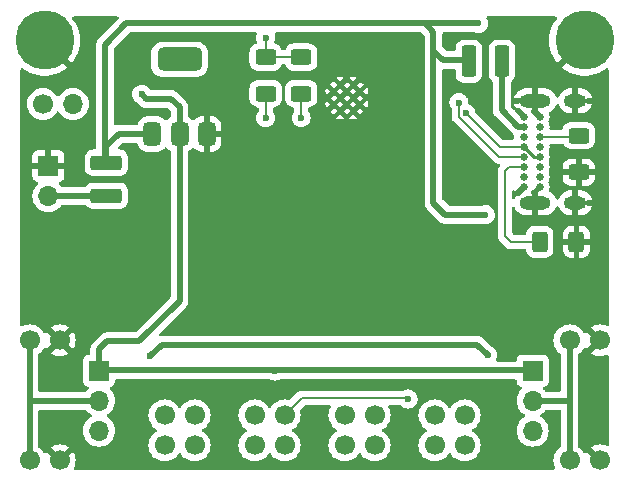
<source format=gbr>
%TF.GenerationSoftware,KiCad,Pcbnew,8.0.4*%
%TF.CreationDate,2024-08-05T01:43:25-04:00*%
%TF.ProjectId,ESP32-C3-BreadBoardAdapter,45535033-322d-4433-932d-427265616442,rev?*%
%TF.SameCoordinates,Original*%
%TF.FileFunction,Copper,L2,Bot*%
%TF.FilePolarity,Positive*%
%FSLAX46Y46*%
G04 Gerber Fmt 4.6, Leading zero omitted, Abs format (unit mm)*
G04 Created by KiCad (PCBNEW 8.0.4) date 2024-08-05 01:43:25*
%MOMM*%
%LPD*%
G01*
G04 APERTURE LIST*
G04 Aperture macros list*
%AMRoundRect*
0 Rectangle with rounded corners*
0 $1 Rounding radius*
0 $2 $3 $4 $5 $6 $7 $8 $9 X,Y pos of 4 corners*
0 Add a 4 corners polygon primitive as box body*
4,1,4,$2,$3,$4,$5,$6,$7,$8,$9,$2,$3,0*
0 Add four circle primitives for the rounded corners*
1,1,$1+$1,$2,$3*
1,1,$1+$1,$4,$5*
1,1,$1+$1,$6,$7*
1,1,$1+$1,$8,$9*
0 Add four rect primitives between the rounded corners*
20,1,$1+$1,$2,$3,$4,$5,0*
20,1,$1+$1,$4,$5,$6,$7,0*
20,1,$1+$1,$6,$7,$8,$9,0*
20,1,$1+$1,$8,$9,$2,$3,0*%
G04 Aperture macros list end*
%TA.AperFunction,SMDPad,CuDef*%
%ADD10RoundRect,0.250000X-0.375000X-1.075000X0.375000X-1.075000X0.375000X1.075000X-0.375000X1.075000X0*%
%TD*%
%TA.AperFunction,ComponentPad*%
%ADD11C,1.700000*%
%TD*%
%TA.AperFunction,ComponentPad*%
%ADD12O,1.700000X1.700000*%
%TD*%
%TA.AperFunction,ComponentPad*%
%ADD13O,2.616200X1.117600*%
%TD*%
%TA.AperFunction,ComponentPad*%
%ADD14O,1.905000X1.117600*%
%TD*%
%TA.AperFunction,ComponentPad*%
%ADD15C,0.660400*%
%TD*%
%TA.AperFunction,ComponentPad*%
%ADD16R,1.700000X1.700000*%
%TD*%
%TA.AperFunction,ComponentPad*%
%ADD17C,5.000000*%
%TD*%
%TA.AperFunction,ComponentPad*%
%ADD18C,0.400000*%
%TD*%
%TA.AperFunction,SMDPad,CuDef*%
%ADD19RoundRect,0.250000X-0.625000X0.400000X-0.625000X-0.400000X0.625000X-0.400000X0.625000X0.400000X0*%
%TD*%
%TA.AperFunction,SMDPad,CuDef*%
%ADD20RoundRect,0.250000X0.625000X-0.400000X0.625000X0.400000X-0.625000X0.400000X-0.625000X-0.400000X0*%
%TD*%
%TA.AperFunction,SMDPad,CuDef*%
%ADD21RoundRect,0.250000X0.400000X0.625000X-0.400000X0.625000X-0.400000X-0.625000X0.400000X-0.625000X0*%
%TD*%
%TA.AperFunction,SMDPad,CuDef*%
%ADD22RoundRect,0.500000X1.400000X-0.500000X1.400000X0.500000X-1.400000X0.500000X-1.400000X-0.500000X0*%
%TD*%
%TA.AperFunction,SMDPad,CuDef*%
%ADD23RoundRect,0.375000X0.375000X-0.625000X0.375000X0.625000X-0.375000X0.625000X-0.375000X-0.625000X0*%
%TD*%
%TA.AperFunction,SMDPad,CuDef*%
%ADD24RoundRect,0.250000X-1.075000X0.375000X-1.075000X-0.375000X1.075000X-0.375000X1.075000X0.375000X0*%
%TD*%
%TA.AperFunction,ViaPad*%
%ADD25C,0.600000*%
%TD*%
%TA.AperFunction,Conductor*%
%ADD26C,0.500000*%
%TD*%
%TA.AperFunction,Conductor*%
%ADD27C,0.200000*%
%TD*%
%TA.AperFunction,Conductor*%
%ADD28C,0.250000*%
%TD*%
G04 APERTURE END LIST*
D10*
%TO.P,D2,1,K*%
%TO.N,VUSB*%
X150940000Y-61200000D03*
%TO.P,D2,2,A*%
%TO.N,Net-(D2-A)*%
X153740000Y-61200000D03*
%TD*%
D11*
%TO.P,J6,1,DBG*%
%TO.N,3V3*%
X114865000Y-64812500D03*
D12*
X117405000Y-64812500D03*
%TD*%
D13*
%TO.P,J2,S4,SHIELD*%
%TO.N,GND*%
X156562435Y-64535572D03*
%TO.P,J2,S3,SHIELD*%
X156562436Y-73185557D03*
D14*
%TO.P,J2,S2,SHIELD*%
X159947435Y-64535572D03*
%TO.P,J2,S1,SHIELD*%
X159947435Y-73185542D03*
D15*
%TO.P,J2,B12,GND*%
X156932435Y-71835557D03*
%TO.P,J2,B9,VBUS*%
%TO.N,Net-(D2-A)*%
X156932435Y-70985556D03*
%TO.P,J2,B8,SBU2*%
%TO.N,unconnected-(J2-SBU2-PadB8)*%
X156932435Y-70135558D03*
%TO.P,J2,B7,D-*%
%TO.N,USB_D-*%
X156932435Y-69285557D03*
%TO.P,J2,B6,D+*%
%TO.N,USB_D+*%
X156932435Y-68435556D03*
%TO.P,J2,B5,CC2*%
%TO.N,Net-(J2-CC2)*%
X156932435Y-67585555D03*
%TO.P,J2,B4,VBUS*%
%TO.N,Net-(D2-A)*%
X156932435Y-66735557D03*
%TO.P,J2,B1,GND*%
%TO.N,GND*%
X156932435Y-65885556D03*
%TO.P,J2,A12,GND*%
X155582435Y-65885556D03*
%TO.P,J2,A9,VBUS*%
%TO.N,Net-(D2-A)*%
X155582435Y-66735557D03*
%TO.P,J2,A8,SBU1*%
%TO.N,unconnected-(J2-SBU1-PadA8)*%
X155582435Y-67585555D03*
%TO.P,J2,A7,D-*%
%TO.N,USB_D-*%
X155582435Y-68435556D03*
%TO.P,J2,A6,D+*%
%TO.N,USB_D+*%
X155582435Y-69285557D03*
%TO.P,J2,A5,CC1*%
%TO.N,Net-(J2-CC1)*%
X155582435Y-70135558D03*
%TO.P,J2,A4,VBUS*%
%TO.N,Net-(D2-A)*%
X155582435Y-70985556D03*
%TO.P,J2,A1,GND*%
%TO.N,GND*%
X155582435Y-71835557D03*
%TD*%
D16*
%TO.P,J4,1,Pin_1*%
%TO.N,3V3*%
X156340000Y-87400000D03*
D12*
%TO.P,J4,2,Pin_2*%
%TO.N,/VCC2*%
X156340000Y-89940000D03*
%TO.P,J4,3,Pin_3*%
%TO.N,+5V*%
X156340000Y-92480000D03*
%TD*%
D16*
%TO.P,J1,1,Pin_1*%
%TO.N,GND*%
X115340000Y-70060000D03*
D12*
%TO.P,J1,2,Pin_2*%
%TO.N,/VDC*%
X115340000Y-72600000D03*
%TD*%
D11*
%TO.P,BRD1,V2,VCC2*%
%TO.N,/VCC2*%
X159460000Y-95000000D03*
X159460000Y-84840000D03*
%TO.P,BRD1,V1,VCC1*%
%TO.N,/VCC1*%
X113740000Y-95000000D03*
X113740000Y-84840000D03*
D17*
%TO.P,BRD1,GND,GND*%
%TO.N,GND*%
X160730000Y-59440000D03*
X115010000Y-59440000D03*
D11*
%TO.P,BRD1,G2,GND2*%
X162000000Y-95000000D03*
X162000000Y-84840000D03*
%TO.P,BRD1,G1,GND1*%
X116280000Y-95000000D03*
X116280000Y-84840000D03*
%TO.P,BRD1,16,B8*%
%TO.N,/IO0*%
X150570000Y-93730000D03*
%TO.P,BRD1,15,B7*%
%TO.N,/IO1*%
X150570000Y-91190000D03*
%TO.P,BRD1,14,B6*%
%TO.N,/IO2*%
X148030000Y-93730000D03*
%TO.P,BRD1,13,B5*%
%TO.N,/IO3*%
X148030000Y-91190000D03*
%TO.P,BRD1,12,B4*%
%TO.N,/TXD*%
X142950000Y-93730000D03*
%TO.P,BRD1,11,B3*%
%TO.N,USB_D-*%
X142950000Y-91190000D03*
%TO.P,BRD1,10,B2*%
%TO.N,/RXD*%
X140410000Y-93730000D03*
%TO.P,BRD1,9,B1*%
%TO.N,USB_D+*%
X140410000Y-91190000D03*
%TO.P,BRD1,8,A8*%
%TO.N,/IO9*%
X135330000Y-93730000D03*
%TO.P,BRD1,7,A7*%
%TO.N,/IO10*%
X135330000Y-91190000D03*
%TO.P,BRD1,6,A6*%
%TO.N,/IO7*%
X132790000Y-93730000D03*
%TO.P,BRD1,5,A5*%
%TO.N,/IO8*%
X132790000Y-91190000D03*
%TO.P,BRD1,4,A4*%
%TO.N,/IO6*%
X127710000Y-93730000D03*
%TO.P,BRD1,3,A3*%
%TO.N,/IO5*%
X127710000Y-91190000D03*
%TO.P,BRD1,2,A2*%
%TO.N,/IO4*%
X125170000Y-93730000D03*
%TO.P,BRD1,1,A1*%
%TO.N,EN*%
X125170000Y-91190000D03*
%TD*%
D18*
%TO.P,U1,28,GND__10*%
%TO.N,GND*%
X140050000Y-63200000D03*
%TO.P,U1,29,GND__11*%
X141150000Y-63200000D03*
%TO.P,U1,30,GND__12*%
X139500000Y-63750000D03*
%TO.P,U1,31,GND__13*%
X140600000Y-63750000D03*
%TO.P,U1,32,GND__14*%
X141700000Y-63750000D03*
%TO.P,U1,33,GND__15*%
X140050000Y-64300000D03*
%TO.P,U1,34,GND__16*%
X141150000Y-64300000D03*
%TO.P,U1,35,GND__17*%
X139500000Y-64850000D03*
%TO.P,U1,36,GND__18*%
X140600000Y-64850000D03*
%TO.P,U1,37,GND__19*%
X141700000Y-64850000D03*
%TO.P,U1,38,GND__20*%
X140050000Y-65400000D03*
%TO.P,U1,39,GND__21*%
X141150000Y-65400000D03*
%TD*%
D16*
%TO.P,J3,1,Pin_1*%
%TO.N,3V3*%
X119640000Y-87400000D03*
D12*
%TO.P,J3,2,Pin_2*%
%TO.N,/VCC1*%
X119640000Y-89940000D03*
%TO.P,J3,3,Pin_3*%
%TO.N,+5V*%
X119640000Y-92480000D03*
%TD*%
D19*
%TO.P,R5,1*%
%TO.N,3V3*%
X136740000Y-60850000D03*
%TO.P,R5,2*%
%TO.N,/IO9*%
X136740000Y-63950000D03*
%TD*%
D20*
%TO.P,R1,1*%
%TO.N,GND*%
X160250000Y-70600000D03*
%TO.P,R1,2*%
%TO.N,Net-(J2-CC2)*%
X160250000Y-67500000D03*
%TD*%
D21*
%TO.P,R2,1*%
%TO.N,GND*%
X160050000Y-76500000D03*
%TO.P,R2,2*%
%TO.N,Net-(J2-CC1)*%
X156950000Y-76500000D03*
%TD*%
D22*
%TO.P,U2,4*%
%TO.N,N/C*%
X126440000Y-61050000D03*
D23*
%TO.P,U2,3,VI*%
%TO.N,VUSB*%
X124140000Y-67350000D03*
%TO.P,U2,2,VO*%
%TO.N,3V3*%
X126440000Y-67350000D03*
%TO.P,U2,1,ADJ*%
%TO.N,GND*%
X128740000Y-67350000D03*
%TD*%
D19*
%TO.P,R6,1*%
%TO.N,3V3*%
X133740000Y-60850000D03*
%TO.P,R6,2*%
%TO.N,/IO8*%
X133740000Y-63950000D03*
%TD*%
D24*
%TO.P,D1,2,A*%
%TO.N,/VDC*%
X120240000Y-72600000D03*
%TO.P,D1,1,K*%
%TO.N,VUSB*%
X120240000Y-69800000D03*
%TD*%
D25*
%TO.N,+5V*%
X123940000Y-86200000D03*
X152540000Y-86100000D03*
%TO.N,/IO8*%
X133740000Y-66000000D03*
%TO.N,/IO9*%
X136740000Y-66000000D03*
%TO.N,3V3*%
X123240000Y-64000000D03*
X133740000Y-59200000D03*
X134540000Y-87430000D03*
%TO.N,/IO10*%
X145800000Y-89800000D03*
%TO.N,USB_D-*%
X150700000Y-65600000D03*
%TO.N,VUSB*%
X152340000Y-74200000D03*
X151750000Y-58000000D03*
%TO.N,USB_D+*%
X150100000Y-64700000D03*
%TD*%
D26*
%TO.N,/VCC1*%
X113740000Y-84840000D02*
X113740000Y-89900000D01*
X113740000Y-89900000D02*
X113740000Y-95000000D01*
X113780000Y-89940000D02*
X113740000Y-89900000D01*
X119640000Y-89940000D02*
X113780000Y-89940000D01*
%TO.N,+5V*%
X151640000Y-85200000D02*
X124940000Y-85200000D01*
X124940000Y-85200000D02*
X123940000Y-86200000D01*
X152540000Y-86100000D02*
X151640000Y-85200000D01*
%TO.N,/VDC*%
X115340000Y-72600000D02*
X120240000Y-72600000D01*
D27*
%TO.N,Net-(J2-CC2)*%
X160164445Y-67585555D02*
X160250000Y-67500000D01*
X156932435Y-67585555D02*
X160164445Y-67585555D01*
%TO.N,/IO8*%
X133740000Y-66000000D02*
X133740000Y-63950000D01*
%TO.N,/IO9*%
X136740000Y-66000000D02*
X136740000Y-63950000D01*
D26*
%TO.N,3V3*%
X123040000Y-84900000D02*
X120340000Y-84900000D01*
X120340000Y-84900000D02*
X119640000Y-85600000D01*
D27*
X133740000Y-60850000D02*
X133740000Y-59200000D01*
D26*
X126440000Y-67350000D02*
X126440000Y-81500000D01*
X156320000Y-87380000D02*
X156340000Y-87400000D01*
X123640000Y-64400000D02*
X123240000Y-64000000D01*
X126440000Y-81500000D02*
X123040000Y-84900000D01*
X155665000Y-87400000D02*
X155640000Y-87375000D01*
X126440000Y-67350000D02*
X126440000Y-65100000D01*
X119640000Y-85600000D02*
X119640000Y-87400000D01*
X156340000Y-87400000D02*
X155665000Y-87400000D01*
D27*
X136740000Y-60850000D02*
X133740000Y-60850000D01*
D26*
X125740000Y-64400000D02*
X123640000Y-64400000D01*
X119640000Y-87400000D02*
X119660000Y-87380000D01*
X119660000Y-87380000D02*
X156320000Y-87380000D01*
X126440000Y-65100000D02*
X125740000Y-64400000D01*
D27*
%TO.N,/IO10*%
X145700000Y-89700000D02*
X136820000Y-89700000D01*
X145800000Y-89800000D02*
X145700000Y-89700000D01*
X136820000Y-89700000D02*
X135330000Y-91190000D01*
%TO.N,Net-(J2-CC1)*%
X154364442Y-70135558D02*
X154000000Y-70500000D01*
X154000000Y-70500000D02*
X154000000Y-76000000D01*
X154000000Y-76000000D02*
X154500000Y-76500000D01*
X154500000Y-76500000D02*
X156950000Y-76500000D01*
X155582435Y-70135558D02*
X154364442Y-70135558D01*
%TO.N,USB_D-*%
X153535556Y-68435556D02*
X155582435Y-68435556D01*
X155623672Y-68435556D02*
X155582435Y-68435556D01*
D28*
X156473673Y-69285557D02*
X155623672Y-68435556D01*
D27*
X150700000Y-65600000D02*
X153535556Y-68435556D01*
D28*
X156932435Y-69285557D02*
X156473673Y-69285557D01*
D26*
%TO.N,VUSB*%
X147940000Y-73200000D02*
X147940000Y-60300000D01*
X120240000Y-68400000D02*
X121290000Y-67350000D01*
X120140000Y-69700000D02*
X120240000Y-69800000D01*
X152340000Y-74200000D02*
X148940000Y-74200000D01*
X147940000Y-60300000D02*
X147940000Y-58700000D01*
X151750000Y-58000000D02*
X121940000Y-58000000D01*
X121290000Y-67350000D02*
X124140000Y-67350000D01*
X147940000Y-58700000D02*
X147240000Y-58000000D01*
X148940000Y-74200000D02*
X147940000Y-73200000D01*
X147940000Y-60300000D02*
X148740000Y-61100000D01*
X120240000Y-69800000D02*
X120240000Y-68400000D01*
X120140000Y-59800000D02*
X120140000Y-69700000D01*
X148740000Y-61100000D02*
X150940000Y-61100000D01*
X121940000Y-58000000D02*
X120140000Y-59800000D01*
D27*
%TO.N,USB_D+*%
X150100000Y-65900000D02*
X153485557Y-69285557D01*
X150100000Y-64700000D02*
X150100000Y-65900000D01*
X153485557Y-69285557D02*
X155582435Y-69285557D01*
D26*
%TO.N,/VCC2*%
X159420000Y-89940000D02*
X159460000Y-89900000D01*
X159460000Y-89900000D02*
X159460000Y-95000000D01*
X156340000Y-89940000D02*
X159420000Y-89940000D01*
X159460000Y-84840000D02*
X159460000Y-89900000D01*
%TO.N,Net-(D2-A)*%
X155582435Y-66735557D02*
X155115462Y-66735557D01*
X153740000Y-65360095D02*
X153740000Y-61100000D01*
X155115462Y-66735557D02*
X153740000Y-65360095D01*
%TD*%
%TA.AperFunction,Conductor*%
%TO.N,GND*%
G36*
X134180477Y-88149506D02*
G01*
X134190474Y-88155787D01*
X134190475Y-88155787D01*
X134190478Y-88155789D01*
X134325368Y-88202989D01*
X134360745Y-88215368D01*
X134360750Y-88215369D01*
X134539996Y-88235565D01*
X134540000Y-88235565D01*
X134540004Y-88235565D01*
X134719249Y-88215369D01*
X134719252Y-88215368D01*
X134719255Y-88215368D01*
X134889522Y-88155789D01*
X134890488Y-88155181D01*
X134899523Y-88149506D01*
X134965494Y-88130500D01*
X154865501Y-88130500D01*
X154932540Y-88150185D01*
X154978295Y-88202989D01*
X154989501Y-88254500D01*
X154989501Y-88297876D01*
X154995908Y-88357483D01*
X155046202Y-88492328D01*
X155046206Y-88492335D01*
X155132452Y-88607544D01*
X155132455Y-88607547D01*
X155247664Y-88693793D01*
X155247671Y-88693797D01*
X155379081Y-88742810D01*
X155435015Y-88784681D01*
X155459432Y-88850145D01*
X155444580Y-88918418D01*
X155423430Y-88946673D01*
X155301503Y-89068600D01*
X155165965Y-89262169D01*
X155165964Y-89262171D01*
X155066098Y-89476335D01*
X155066094Y-89476344D01*
X155004938Y-89704586D01*
X155004936Y-89704596D01*
X154984341Y-89939999D01*
X154984341Y-89940000D01*
X155004936Y-90175403D01*
X155004938Y-90175413D01*
X155066094Y-90403655D01*
X155066096Y-90403659D01*
X155066097Y-90403663D01*
X155136656Y-90554977D01*
X155165965Y-90617830D01*
X155165967Y-90617834D01*
X155301501Y-90811395D01*
X155301506Y-90811402D01*
X155468597Y-90978493D01*
X155468603Y-90978498D01*
X155654158Y-91108425D01*
X155697783Y-91163002D01*
X155704977Y-91232500D01*
X155673454Y-91294855D01*
X155654158Y-91311575D01*
X155468597Y-91441505D01*
X155301505Y-91608597D01*
X155165965Y-91802169D01*
X155165964Y-91802171D01*
X155066098Y-92016335D01*
X155066094Y-92016344D01*
X155004938Y-92244586D01*
X155004936Y-92244596D01*
X154984341Y-92479999D01*
X154984341Y-92480000D01*
X155004936Y-92715403D01*
X155004938Y-92715413D01*
X155066094Y-92943655D01*
X155066096Y-92943659D01*
X155066097Y-92943663D01*
X155136656Y-93094977D01*
X155165965Y-93157830D01*
X155165967Y-93157834D01*
X155241941Y-93266335D01*
X155301505Y-93351401D01*
X155468599Y-93518495D01*
X155565384Y-93586265D01*
X155662165Y-93654032D01*
X155662167Y-93654033D01*
X155662170Y-93654035D01*
X155876337Y-93753903D01*
X156104592Y-93815063D01*
X156292918Y-93831539D01*
X156339999Y-93835659D01*
X156340000Y-93835659D01*
X156340001Y-93835659D01*
X156379234Y-93832226D01*
X156575408Y-93815063D01*
X156803663Y-93753903D01*
X157017830Y-93654035D01*
X157211401Y-93518495D01*
X157378495Y-93351401D01*
X157514035Y-93157830D01*
X157613903Y-92943663D01*
X157675063Y-92715408D01*
X157695659Y-92480000D01*
X157675063Y-92244592D01*
X157613903Y-92016337D01*
X157514035Y-91802171D01*
X157410044Y-91653655D01*
X157378494Y-91608597D01*
X157211402Y-91441506D01*
X157211396Y-91441501D01*
X157025842Y-91311575D01*
X156982217Y-91256998D01*
X156975023Y-91187500D01*
X157006546Y-91125145D01*
X157025842Y-91108425D01*
X157048026Y-91092891D01*
X157211401Y-90978495D01*
X157378495Y-90811401D01*
X157417012Y-90756393D01*
X157426127Y-90743376D01*
X157480704Y-90699751D01*
X157527701Y-90690500D01*
X158585500Y-90690500D01*
X158652539Y-90710185D01*
X158698294Y-90762989D01*
X158709500Y-90814500D01*
X158709500Y-93812298D01*
X158689815Y-93879337D01*
X158656625Y-93913872D01*
X158588595Y-93961507D01*
X158421505Y-94128597D01*
X158285965Y-94322169D01*
X158285964Y-94322171D01*
X158186098Y-94536335D01*
X158186094Y-94536344D01*
X158124938Y-94764586D01*
X158124936Y-94764596D01*
X158104341Y-94999999D01*
X158104341Y-95000000D01*
X158124936Y-95235403D01*
X158124938Y-95235413D01*
X158186094Y-95463655D01*
X158186097Y-95463664D01*
X158203041Y-95500000D01*
X158246453Y-95593097D01*
X158256945Y-95662172D01*
X158228426Y-95725956D01*
X158169949Y-95764196D01*
X158134071Y-95769500D01*
X117605377Y-95769500D01*
X117538338Y-95749815D01*
X117492583Y-95697011D01*
X117482639Y-95627853D01*
X117492995Y-95593095D01*
X117553430Y-95463492D01*
X117553433Y-95463483D01*
X117614567Y-95235326D01*
X117614569Y-95235315D01*
X117635157Y-95000001D01*
X117635157Y-94999998D01*
X117614569Y-94764684D01*
X117614567Y-94764673D01*
X117553433Y-94536516D01*
X117553429Y-94536507D01*
X117453600Y-94322423D01*
X117453599Y-94322421D01*
X117394925Y-94238626D01*
X117394925Y-94238625D01*
X116762961Y-94870588D01*
X116745925Y-94807007D01*
X116680099Y-94692993D01*
X116587007Y-94599901D01*
X116472993Y-94534075D01*
X116409410Y-94517037D01*
X117041373Y-93885073D01*
X117041373Y-93885072D01*
X116957583Y-93826402D01*
X116957579Y-93826400D01*
X116743492Y-93726570D01*
X116743483Y-93726566D01*
X116515326Y-93665432D01*
X116515315Y-93665430D01*
X116280002Y-93644843D01*
X116279998Y-93644843D01*
X116044684Y-93665430D01*
X116044673Y-93665432D01*
X115816516Y-93726566D01*
X115816507Y-93726570D01*
X115602419Y-93826401D01*
X115518625Y-93885072D01*
X116150590Y-94517037D01*
X116087007Y-94534075D01*
X115972993Y-94599901D01*
X115879901Y-94692993D01*
X115814075Y-94807007D01*
X115797037Y-94870590D01*
X115165073Y-94238626D01*
X115111881Y-94314594D01*
X115057304Y-94358219D01*
X114987806Y-94365413D01*
X114925451Y-94333891D01*
X114908730Y-94314594D01*
X114778494Y-94128597D01*
X114611404Y-93961507D01*
X114543375Y-93913872D01*
X114499751Y-93859294D01*
X114490500Y-93812298D01*
X114490500Y-90814500D01*
X114510185Y-90747461D01*
X114562989Y-90701706D01*
X114614500Y-90690500D01*
X118452299Y-90690500D01*
X118519338Y-90710185D01*
X118553873Y-90743376D01*
X118601505Y-90811401D01*
X118768597Y-90978493D01*
X118768603Y-90978498D01*
X118954158Y-91108425D01*
X118997783Y-91163002D01*
X119004977Y-91232500D01*
X118973454Y-91294855D01*
X118954158Y-91311575D01*
X118768597Y-91441505D01*
X118601505Y-91608597D01*
X118465965Y-91802169D01*
X118465964Y-91802171D01*
X118366098Y-92016335D01*
X118366094Y-92016344D01*
X118304938Y-92244586D01*
X118304936Y-92244596D01*
X118284341Y-92479999D01*
X118284341Y-92480000D01*
X118304936Y-92715403D01*
X118304938Y-92715413D01*
X118366094Y-92943655D01*
X118366096Y-92943659D01*
X118366097Y-92943663D01*
X118436656Y-93094977D01*
X118465965Y-93157830D01*
X118465967Y-93157834D01*
X118541941Y-93266335D01*
X118601505Y-93351401D01*
X118768599Y-93518495D01*
X118865384Y-93586265D01*
X118962165Y-93654032D01*
X118962167Y-93654033D01*
X118962170Y-93654035D01*
X119176337Y-93753903D01*
X119404592Y-93815063D01*
X119592918Y-93831539D01*
X119639999Y-93835659D01*
X119640000Y-93835659D01*
X119640001Y-93835659D01*
X119679234Y-93832226D01*
X119875408Y-93815063D01*
X120103663Y-93753903D01*
X120317830Y-93654035D01*
X120511401Y-93518495D01*
X120678495Y-93351401D01*
X120814035Y-93157830D01*
X120913903Y-92943663D01*
X120975063Y-92715408D01*
X120995659Y-92480000D01*
X120975063Y-92244592D01*
X120913903Y-92016337D01*
X120814035Y-91802171D01*
X120710044Y-91653655D01*
X120678494Y-91608597D01*
X120511402Y-91441506D01*
X120511396Y-91441501D01*
X120325842Y-91311575D01*
X120282217Y-91256998D01*
X120275282Y-91189999D01*
X123814341Y-91189999D01*
X123814341Y-91190000D01*
X123834936Y-91425403D01*
X123834938Y-91425413D01*
X123896094Y-91653655D01*
X123896096Y-91653659D01*
X123896097Y-91653663D01*
X123900000Y-91662032D01*
X123995965Y-91867830D01*
X123995967Y-91867834D01*
X124099949Y-92016335D01*
X124131501Y-92061396D01*
X124131506Y-92061402D01*
X124298597Y-92228493D01*
X124298603Y-92228498D01*
X124484158Y-92358425D01*
X124527783Y-92413002D01*
X124534977Y-92482500D01*
X124503454Y-92544855D01*
X124484158Y-92561575D01*
X124298597Y-92691505D01*
X124131505Y-92858597D01*
X123995965Y-93052169D01*
X123995964Y-93052171D01*
X123896098Y-93266335D01*
X123896094Y-93266344D01*
X123834938Y-93494586D01*
X123834936Y-93494596D01*
X123814341Y-93729999D01*
X123814341Y-93730000D01*
X123834936Y-93965403D01*
X123834938Y-93965413D01*
X123896094Y-94193655D01*
X123896096Y-94193659D01*
X123896097Y-94193663D01*
X123956138Y-94322421D01*
X123995965Y-94407830D01*
X123995967Y-94407834D01*
X124086066Y-94536507D01*
X124131505Y-94601401D01*
X124298599Y-94768495D01*
X124353600Y-94807007D01*
X124492165Y-94904032D01*
X124492167Y-94904033D01*
X124492170Y-94904035D01*
X124706337Y-95003903D01*
X124934592Y-95065063D01*
X125122918Y-95081539D01*
X125169999Y-95085659D01*
X125170000Y-95085659D01*
X125170001Y-95085659D01*
X125209234Y-95082226D01*
X125405408Y-95065063D01*
X125633663Y-95003903D01*
X125847830Y-94904035D01*
X126041401Y-94768495D01*
X126208495Y-94601401D01*
X126338425Y-94415842D01*
X126393002Y-94372217D01*
X126462500Y-94365023D01*
X126524855Y-94396546D01*
X126541575Y-94415842D01*
X126671500Y-94601395D01*
X126671505Y-94601401D01*
X126838599Y-94768495D01*
X126893600Y-94807007D01*
X127032165Y-94904032D01*
X127032167Y-94904033D01*
X127032170Y-94904035D01*
X127246337Y-95003903D01*
X127474592Y-95065063D01*
X127662918Y-95081539D01*
X127709999Y-95085659D01*
X127710000Y-95085659D01*
X127710001Y-95085659D01*
X127749234Y-95082226D01*
X127945408Y-95065063D01*
X128173663Y-95003903D01*
X128387830Y-94904035D01*
X128581401Y-94768495D01*
X128748495Y-94601401D01*
X128884035Y-94407830D01*
X128983903Y-94193663D01*
X129045063Y-93965408D01*
X129065659Y-93730000D01*
X129045063Y-93494592D01*
X128983903Y-93266337D01*
X128884035Y-93052171D01*
X128878425Y-93044158D01*
X128748494Y-92858597D01*
X128581402Y-92691506D01*
X128581396Y-92691501D01*
X128395842Y-92561575D01*
X128352217Y-92506998D01*
X128345023Y-92437500D01*
X128376546Y-92375145D01*
X128395842Y-92358425D01*
X128558412Y-92244592D01*
X128581401Y-92228495D01*
X128748495Y-92061401D01*
X128884035Y-91867830D01*
X128983903Y-91653663D01*
X129045063Y-91425408D01*
X129065659Y-91190000D01*
X129065659Y-91189999D01*
X131434341Y-91189999D01*
X131434341Y-91190000D01*
X131454936Y-91425403D01*
X131454938Y-91425413D01*
X131516094Y-91653655D01*
X131516096Y-91653659D01*
X131516097Y-91653663D01*
X131520000Y-91662032D01*
X131615965Y-91867830D01*
X131615967Y-91867834D01*
X131719949Y-92016335D01*
X131751501Y-92061396D01*
X131751506Y-92061402D01*
X131918597Y-92228493D01*
X131918603Y-92228498D01*
X132104158Y-92358425D01*
X132147783Y-92413002D01*
X132154977Y-92482500D01*
X132123454Y-92544855D01*
X132104158Y-92561575D01*
X131918597Y-92691505D01*
X131751505Y-92858597D01*
X131615965Y-93052169D01*
X131615964Y-93052171D01*
X131516098Y-93266335D01*
X131516094Y-93266344D01*
X131454938Y-93494586D01*
X131454936Y-93494596D01*
X131434341Y-93729999D01*
X131434341Y-93730000D01*
X131454936Y-93965403D01*
X131454938Y-93965413D01*
X131516094Y-94193655D01*
X131516096Y-94193659D01*
X131516097Y-94193663D01*
X131576138Y-94322421D01*
X131615965Y-94407830D01*
X131615967Y-94407834D01*
X131706066Y-94536507D01*
X131751505Y-94601401D01*
X131918599Y-94768495D01*
X131973600Y-94807007D01*
X132112165Y-94904032D01*
X132112167Y-94904033D01*
X132112170Y-94904035D01*
X132326337Y-95003903D01*
X132554592Y-95065063D01*
X132742918Y-95081539D01*
X132789999Y-95085659D01*
X132790000Y-95085659D01*
X132790001Y-95085659D01*
X132829234Y-95082226D01*
X133025408Y-95065063D01*
X133253663Y-95003903D01*
X133467830Y-94904035D01*
X133661401Y-94768495D01*
X133828495Y-94601401D01*
X133958425Y-94415842D01*
X134013002Y-94372217D01*
X134082500Y-94365023D01*
X134144855Y-94396546D01*
X134161575Y-94415842D01*
X134291500Y-94601395D01*
X134291505Y-94601401D01*
X134458599Y-94768495D01*
X134513600Y-94807007D01*
X134652165Y-94904032D01*
X134652167Y-94904033D01*
X134652170Y-94904035D01*
X134866337Y-95003903D01*
X135094592Y-95065063D01*
X135282918Y-95081539D01*
X135329999Y-95085659D01*
X135330000Y-95085659D01*
X135330001Y-95085659D01*
X135369234Y-95082226D01*
X135565408Y-95065063D01*
X135793663Y-95003903D01*
X136007830Y-94904035D01*
X136201401Y-94768495D01*
X136368495Y-94601401D01*
X136504035Y-94407830D01*
X136603903Y-94193663D01*
X136665063Y-93965408D01*
X136685659Y-93730000D01*
X136665063Y-93494592D01*
X136603903Y-93266337D01*
X136504035Y-93052171D01*
X136498425Y-93044158D01*
X136368494Y-92858597D01*
X136201402Y-92691506D01*
X136201396Y-92691501D01*
X136015842Y-92561575D01*
X135972217Y-92506998D01*
X135965023Y-92437500D01*
X135996546Y-92375145D01*
X136015842Y-92358425D01*
X136178412Y-92244592D01*
X136201401Y-92228495D01*
X136368495Y-92061401D01*
X136504035Y-91867830D01*
X136603903Y-91653663D01*
X136665063Y-91425408D01*
X136685659Y-91190000D01*
X136665063Y-90954592D01*
X136630671Y-90826239D01*
X136632334Y-90756393D01*
X136662763Y-90706470D01*
X137032416Y-90336819D01*
X137093739Y-90303334D01*
X137120097Y-90300500D01*
X139145977Y-90300500D01*
X139213016Y-90320185D01*
X139258771Y-90372989D01*
X139268715Y-90442147D01*
X139247551Y-90495624D01*
X139235966Y-90512167D01*
X139235964Y-90512171D01*
X139136098Y-90726335D01*
X139136094Y-90726344D01*
X139074938Y-90954586D01*
X139074936Y-90954596D01*
X139054341Y-91189999D01*
X139054341Y-91190000D01*
X139074936Y-91425403D01*
X139074938Y-91425413D01*
X139136094Y-91653655D01*
X139136096Y-91653659D01*
X139136097Y-91653663D01*
X139140000Y-91662032D01*
X139235965Y-91867830D01*
X139235967Y-91867834D01*
X139339949Y-92016335D01*
X139371501Y-92061396D01*
X139371506Y-92061402D01*
X139538597Y-92228493D01*
X139538603Y-92228498D01*
X139724158Y-92358425D01*
X139767783Y-92413002D01*
X139774977Y-92482500D01*
X139743454Y-92544855D01*
X139724158Y-92561575D01*
X139538597Y-92691505D01*
X139371505Y-92858597D01*
X139235965Y-93052169D01*
X139235964Y-93052171D01*
X139136098Y-93266335D01*
X139136094Y-93266344D01*
X139074938Y-93494586D01*
X139074936Y-93494596D01*
X139054341Y-93729999D01*
X139054341Y-93730000D01*
X139074936Y-93965403D01*
X139074938Y-93965413D01*
X139136094Y-94193655D01*
X139136096Y-94193659D01*
X139136097Y-94193663D01*
X139196138Y-94322421D01*
X139235965Y-94407830D01*
X139235967Y-94407834D01*
X139326066Y-94536507D01*
X139371505Y-94601401D01*
X139538599Y-94768495D01*
X139593600Y-94807007D01*
X139732165Y-94904032D01*
X139732167Y-94904033D01*
X139732170Y-94904035D01*
X139946337Y-95003903D01*
X140174592Y-95065063D01*
X140362918Y-95081539D01*
X140409999Y-95085659D01*
X140410000Y-95085659D01*
X140410001Y-95085659D01*
X140449234Y-95082226D01*
X140645408Y-95065063D01*
X140873663Y-95003903D01*
X141087830Y-94904035D01*
X141281401Y-94768495D01*
X141448495Y-94601401D01*
X141578425Y-94415842D01*
X141633002Y-94372217D01*
X141702500Y-94365023D01*
X141764855Y-94396546D01*
X141781575Y-94415842D01*
X141911500Y-94601395D01*
X141911505Y-94601401D01*
X142078599Y-94768495D01*
X142133600Y-94807007D01*
X142272165Y-94904032D01*
X142272167Y-94904033D01*
X142272170Y-94904035D01*
X142486337Y-95003903D01*
X142714592Y-95065063D01*
X142902918Y-95081539D01*
X142949999Y-95085659D01*
X142950000Y-95085659D01*
X142950001Y-95085659D01*
X142989234Y-95082226D01*
X143185408Y-95065063D01*
X143413663Y-95003903D01*
X143627830Y-94904035D01*
X143821401Y-94768495D01*
X143988495Y-94601401D01*
X144124035Y-94407830D01*
X144223903Y-94193663D01*
X144285063Y-93965408D01*
X144305659Y-93730000D01*
X144285063Y-93494592D01*
X144223903Y-93266337D01*
X144124035Y-93052171D01*
X144118425Y-93044158D01*
X143988494Y-92858597D01*
X143821402Y-92691506D01*
X143821396Y-92691501D01*
X143635842Y-92561575D01*
X143592217Y-92506998D01*
X143585023Y-92437500D01*
X143616546Y-92375145D01*
X143635842Y-92358425D01*
X143798412Y-92244592D01*
X143821401Y-92228495D01*
X143988495Y-92061401D01*
X144124035Y-91867830D01*
X144223903Y-91653663D01*
X144285063Y-91425408D01*
X144305659Y-91190000D01*
X144305659Y-91189999D01*
X146674341Y-91189999D01*
X146674341Y-91190000D01*
X146694936Y-91425403D01*
X146694938Y-91425413D01*
X146756094Y-91653655D01*
X146756096Y-91653659D01*
X146756097Y-91653663D01*
X146760000Y-91662032D01*
X146855965Y-91867830D01*
X146855967Y-91867834D01*
X146959949Y-92016335D01*
X146991501Y-92061396D01*
X146991506Y-92061402D01*
X147158597Y-92228493D01*
X147158603Y-92228498D01*
X147344158Y-92358425D01*
X147387783Y-92413002D01*
X147394977Y-92482500D01*
X147363454Y-92544855D01*
X147344158Y-92561575D01*
X147158597Y-92691505D01*
X146991505Y-92858597D01*
X146855965Y-93052169D01*
X146855964Y-93052171D01*
X146756098Y-93266335D01*
X146756094Y-93266344D01*
X146694938Y-93494586D01*
X146694936Y-93494596D01*
X146674341Y-93729999D01*
X146674341Y-93730000D01*
X146694936Y-93965403D01*
X146694938Y-93965413D01*
X146756094Y-94193655D01*
X146756096Y-94193659D01*
X146756097Y-94193663D01*
X146816138Y-94322421D01*
X146855965Y-94407830D01*
X146855967Y-94407834D01*
X146946066Y-94536507D01*
X146991505Y-94601401D01*
X147158599Y-94768495D01*
X147213600Y-94807007D01*
X147352165Y-94904032D01*
X147352167Y-94904033D01*
X147352170Y-94904035D01*
X147566337Y-95003903D01*
X147794592Y-95065063D01*
X147982918Y-95081539D01*
X148029999Y-95085659D01*
X148030000Y-95085659D01*
X148030001Y-95085659D01*
X148069234Y-95082226D01*
X148265408Y-95065063D01*
X148493663Y-95003903D01*
X148707830Y-94904035D01*
X148901401Y-94768495D01*
X149068495Y-94601401D01*
X149198425Y-94415842D01*
X149253002Y-94372217D01*
X149322500Y-94365023D01*
X149384855Y-94396546D01*
X149401575Y-94415842D01*
X149531500Y-94601395D01*
X149531505Y-94601401D01*
X149698599Y-94768495D01*
X149753600Y-94807007D01*
X149892165Y-94904032D01*
X149892167Y-94904033D01*
X149892170Y-94904035D01*
X150106337Y-95003903D01*
X150334592Y-95065063D01*
X150522918Y-95081539D01*
X150569999Y-95085659D01*
X150570000Y-95085659D01*
X150570001Y-95085659D01*
X150609234Y-95082226D01*
X150805408Y-95065063D01*
X151033663Y-95003903D01*
X151247830Y-94904035D01*
X151441401Y-94768495D01*
X151608495Y-94601401D01*
X151744035Y-94407830D01*
X151843903Y-94193663D01*
X151905063Y-93965408D01*
X151925659Y-93730000D01*
X151905063Y-93494592D01*
X151843903Y-93266337D01*
X151744035Y-93052171D01*
X151738425Y-93044158D01*
X151608494Y-92858597D01*
X151441402Y-92691506D01*
X151441396Y-92691501D01*
X151255842Y-92561575D01*
X151212217Y-92506998D01*
X151205023Y-92437500D01*
X151236546Y-92375145D01*
X151255842Y-92358425D01*
X151418412Y-92244592D01*
X151441401Y-92228495D01*
X151608495Y-92061401D01*
X151744035Y-91867830D01*
X151843903Y-91653663D01*
X151905063Y-91425408D01*
X151925659Y-91190000D01*
X151905063Y-90954592D01*
X151843903Y-90726337D01*
X151744035Y-90512171D01*
X151744033Y-90512167D01*
X151608494Y-90318597D01*
X151441402Y-90151506D01*
X151441395Y-90151501D01*
X151247834Y-90015967D01*
X151247830Y-90015965D01*
X151169103Y-89979254D01*
X151033663Y-89916097D01*
X151033659Y-89916096D01*
X151033655Y-89916094D01*
X150805413Y-89854938D01*
X150805403Y-89854936D01*
X150570001Y-89834341D01*
X150569999Y-89834341D01*
X150334596Y-89854936D01*
X150334586Y-89854938D01*
X150106344Y-89916094D01*
X150106335Y-89916098D01*
X149892171Y-90015964D01*
X149892169Y-90015965D01*
X149698597Y-90151505D01*
X149531505Y-90318597D01*
X149401575Y-90504158D01*
X149346998Y-90547783D01*
X149277500Y-90554977D01*
X149215145Y-90523454D01*
X149198425Y-90504158D01*
X149068494Y-90318597D01*
X148901402Y-90151506D01*
X148901395Y-90151501D01*
X148707834Y-90015967D01*
X148707830Y-90015965D01*
X148629103Y-89979254D01*
X148493663Y-89916097D01*
X148493659Y-89916096D01*
X148493655Y-89916094D01*
X148265413Y-89854938D01*
X148265403Y-89854936D01*
X148030001Y-89834341D01*
X148029999Y-89834341D01*
X147794596Y-89854936D01*
X147794586Y-89854938D01*
X147566344Y-89916094D01*
X147566335Y-89916098D01*
X147352171Y-90015964D01*
X147352169Y-90015965D01*
X147158597Y-90151505D01*
X146991505Y-90318597D01*
X146855965Y-90512169D01*
X146855964Y-90512171D01*
X146756098Y-90726335D01*
X146756094Y-90726344D01*
X146694938Y-90954586D01*
X146694936Y-90954596D01*
X146674341Y-91189999D01*
X144305659Y-91189999D01*
X144285063Y-90954592D01*
X144223903Y-90726337D01*
X144124035Y-90512171D01*
X144124034Y-90512169D01*
X144124033Y-90512167D01*
X144112449Y-90495624D01*
X144090121Y-90429418D01*
X144107131Y-90361651D01*
X144158078Y-90313838D01*
X144214023Y-90300500D01*
X145117059Y-90300500D01*
X145184098Y-90320185D01*
X145204740Y-90336818D01*
X145297738Y-90429816D01*
X145317363Y-90442147D01*
X145446761Y-90523454D01*
X145450478Y-90525789D01*
X145533893Y-90554977D01*
X145620745Y-90585368D01*
X145620750Y-90585369D01*
X145799996Y-90605565D01*
X145800000Y-90605565D01*
X145800004Y-90605565D01*
X145979249Y-90585369D01*
X145979252Y-90585368D01*
X145979255Y-90585368D01*
X146149522Y-90525789D01*
X146302262Y-90429816D01*
X146429816Y-90302262D01*
X146525789Y-90149522D01*
X146585368Y-89979255D01*
X146592484Y-89916097D01*
X146605565Y-89800003D01*
X146605565Y-89799996D01*
X146585369Y-89620750D01*
X146585368Y-89620745D01*
X146525788Y-89450476D01*
X146486582Y-89388080D01*
X146429816Y-89297738D01*
X146302262Y-89170184D01*
X146248850Y-89136623D01*
X146149523Y-89074211D01*
X145979254Y-89014631D01*
X145979249Y-89014630D01*
X145800004Y-88994435D01*
X145799996Y-88994435D01*
X145620750Y-89014630D01*
X145620745Y-89014631D01*
X145450474Y-89074212D01*
X145440477Y-89080494D01*
X145374506Y-89099500D01*
X136740942Y-89099500D01*
X136588214Y-89140423D01*
X136549352Y-89162861D01*
X136549351Y-89162861D01*
X136451287Y-89219477D01*
X136451282Y-89219481D01*
X136339478Y-89331286D01*
X135813530Y-89857233D01*
X135752207Y-89890718D01*
X135693756Y-89889327D01*
X135565413Y-89854938D01*
X135565403Y-89854936D01*
X135330001Y-89834341D01*
X135329999Y-89834341D01*
X135094596Y-89854936D01*
X135094586Y-89854938D01*
X134866344Y-89916094D01*
X134866335Y-89916098D01*
X134652171Y-90015964D01*
X134652169Y-90015965D01*
X134458597Y-90151505D01*
X134291505Y-90318597D01*
X134161575Y-90504158D01*
X134106998Y-90547783D01*
X134037500Y-90554977D01*
X133975145Y-90523454D01*
X133958425Y-90504158D01*
X133828494Y-90318597D01*
X133661402Y-90151506D01*
X133661395Y-90151501D01*
X133467834Y-90015967D01*
X133467830Y-90015965D01*
X133389103Y-89979254D01*
X133253663Y-89916097D01*
X133253659Y-89916096D01*
X133253655Y-89916094D01*
X133025413Y-89854938D01*
X133025403Y-89854936D01*
X132790001Y-89834341D01*
X132789999Y-89834341D01*
X132554596Y-89854936D01*
X132554586Y-89854938D01*
X132326344Y-89916094D01*
X132326335Y-89916098D01*
X132112171Y-90015964D01*
X132112169Y-90015965D01*
X131918597Y-90151505D01*
X131751505Y-90318597D01*
X131615965Y-90512169D01*
X131615964Y-90512171D01*
X131516098Y-90726335D01*
X131516094Y-90726344D01*
X131454938Y-90954586D01*
X131454936Y-90954596D01*
X131434341Y-91189999D01*
X129065659Y-91189999D01*
X129045063Y-90954592D01*
X128983903Y-90726337D01*
X128884035Y-90512171D01*
X128884033Y-90512167D01*
X128748494Y-90318597D01*
X128581402Y-90151506D01*
X128581395Y-90151501D01*
X128387834Y-90015967D01*
X128387830Y-90015965D01*
X128309103Y-89979254D01*
X128173663Y-89916097D01*
X128173659Y-89916096D01*
X128173655Y-89916094D01*
X127945413Y-89854938D01*
X127945403Y-89854936D01*
X127710001Y-89834341D01*
X127709999Y-89834341D01*
X127474596Y-89854936D01*
X127474586Y-89854938D01*
X127246344Y-89916094D01*
X127246335Y-89916098D01*
X127032171Y-90015964D01*
X127032169Y-90015965D01*
X126838597Y-90151505D01*
X126671505Y-90318597D01*
X126541575Y-90504158D01*
X126486998Y-90547783D01*
X126417500Y-90554977D01*
X126355145Y-90523454D01*
X126338425Y-90504158D01*
X126208494Y-90318597D01*
X126041402Y-90151506D01*
X126041395Y-90151501D01*
X125847834Y-90015967D01*
X125847830Y-90015965D01*
X125769103Y-89979254D01*
X125633663Y-89916097D01*
X125633659Y-89916096D01*
X125633655Y-89916094D01*
X125405413Y-89854938D01*
X125405403Y-89854936D01*
X125170001Y-89834341D01*
X125169999Y-89834341D01*
X124934596Y-89854936D01*
X124934586Y-89854938D01*
X124706344Y-89916094D01*
X124706335Y-89916098D01*
X124492171Y-90015964D01*
X124492169Y-90015965D01*
X124298597Y-90151505D01*
X124131505Y-90318597D01*
X123995965Y-90512169D01*
X123995964Y-90512171D01*
X123896098Y-90726335D01*
X123896094Y-90726344D01*
X123834938Y-90954586D01*
X123834936Y-90954596D01*
X123814341Y-91189999D01*
X120275282Y-91189999D01*
X120275023Y-91187500D01*
X120306546Y-91125145D01*
X120325842Y-91108425D01*
X120348026Y-91092891D01*
X120511401Y-90978495D01*
X120678495Y-90811401D01*
X120814035Y-90617830D01*
X120913903Y-90403663D01*
X120975063Y-90175408D01*
X120995659Y-89940000D01*
X120975063Y-89704592D01*
X120913903Y-89476337D01*
X120814035Y-89262171D01*
X120784143Y-89219481D01*
X120678496Y-89068600D01*
X120624526Y-89014630D01*
X120556567Y-88946671D01*
X120523084Y-88885351D01*
X120528068Y-88815659D01*
X120569939Y-88759725D01*
X120600915Y-88742810D01*
X120732331Y-88693796D01*
X120847546Y-88607546D01*
X120933796Y-88492331D01*
X120984091Y-88357483D01*
X120990500Y-88297873D01*
X120990500Y-88254500D01*
X121010185Y-88187461D01*
X121062989Y-88141706D01*
X121114500Y-88130500D01*
X134114506Y-88130500D01*
X134180477Y-88149506D01*
G37*
%TD.AperFunction*%
%TA.AperFunction,Conductor*%
G36*
X161534075Y-85032993D02*
G01*
X161599901Y-85147007D01*
X161692993Y-85240099D01*
X161807007Y-85305925D01*
X161870588Y-85322961D01*
X161238625Y-85954925D01*
X161322421Y-86013599D01*
X161536507Y-86113429D01*
X161536516Y-86113433D01*
X161764673Y-86174567D01*
X161764684Y-86174569D01*
X161999998Y-86195157D01*
X162000002Y-86195157D01*
X162235315Y-86174569D01*
X162235326Y-86174567D01*
X162463483Y-86113433D01*
X162463492Y-86113430D01*
X162593095Y-86052995D01*
X162662172Y-86042503D01*
X162725956Y-86071023D01*
X162764196Y-86129499D01*
X162769500Y-86165377D01*
X162769500Y-93674622D01*
X162749815Y-93741661D01*
X162697011Y-93787416D01*
X162627853Y-93797360D01*
X162593096Y-93787004D01*
X162463497Y-93726571D01*
X162463483Y-93726566D01*
X162235326Y-93665432D01*
X162235315Y-93665430D01*
X162000002Y-93644843D01*
X161999998Y-93644843D01*
X161764684Y-93665430D01*
X161764673Y-93665432D01*
X161536516Y-93726566D01*
X161536507Y-93726570D01*
X161322419Y-93826401D01*
X161238625Y-93885072D01*
X161870590Y-94517037D01*
X161807007Y-94534075D01*
X161692993Y-94599901D01*
X161599901Y-94692993D01*
X161534075Y-94807007D01*
X161517037Y-94870590D01*
X160885073Y-94238626D01*
X160831881Y-94314594D01*
X160777304Y-94358219D01*
X160707806Y-94365413D01*
X160645451Y-94333891D01*
X160628730Y-94314594D01*
X160498494Y-94128597D01*
X160331404Y-93961507D01*
X160263375Y-93913872D01*
X160219751Y-93859294D01*
X160210500Y-93812298D01*
X160210500Y-86027700D01*
X160230185Y-85960661D01*
X160263375Y-85926126D01*
X160331401Y-85878495D01*
X160498495Y-85711401D01*
X160628732Y-85525403D01*
X160683307Y-85481780D01*
X160752805Y-85474586D01*
X160815160Y-85506109D01*
X160831880Y-85525405D01*
X160885073Y-85601373D01*
X161517037Y-84969409D01*
X161534075Y-85032993D01*
G37*
%TD.AperFunction*%
%TA.AperFunction,Conductor*%
G36*
X121245809Y-57420185D02*
G01*
X121291564Y-57472989D01*
X121301508Y-57542147D01*
X121272483Y-57605703D01*
X121266451Y-57612181D01*
X119557052Y-59321578D01*
X119557046Y-59321585D01*
X119514674Y-59385000D01*
X119514675Y-59385001D01*
X119474914Y-59444508D01*
X119418343Y-59581082D01*
X119418340Y-59581092D01*
X119389500Y-59726079D01*
X119389500Y-68550500D01*
X119369815Y-68617539D01*
X119317011Y-68663294D01*
X119265501Y-68674500D01*
X119114999Y-68674500D01*
X119114980Y-68674501D01*
X119012203Y-68685000D01*
X119012200Y-68685001D01*
X118845668Y-68740185D01*
X118845663Y-68740187D01*
X118696342Y-68832289D01*
X118572289Y-68956342D01*
X118480187Y-69105663D01*
X118480185Y-69105668D01*
X118461467Y-69162155D01*
X118425001Y-69272203D01*
X118425001Y-69272204D01*
X118425000Y-69272204D01*
X118414500Y-69374983D01*
X118414500Y-70225001D01*
X118414501Y-70225019D01*
X118425000Y-70327796D01*
X118425001Y-70327799D01*
X118473875Y-70475289D01*
X118480186Y-70494334D01*
X118572288Y-70643656D01*
X118696344Y-70767712D01*
X118845666Y-70859814D01*
X119012203Y-70914999D01*
X119114991Y-70925500D01*
X121365008Y-70925499D01*
X121467797Y-70914999D01*
X121634334Y-70859814D01*
X121783656Y-70767712D01*
X121907712Y-70643656D01*
X121999814Y-70494334D01*
X122054999Y-70327797D01*
X122065500Y-70225009D01*
X122065499Y-69374992D01*
X122054999Y-69272203D01*
X121999814Y-69105666D01*
X121907712Y-68956344D01*
X121783656Y-68832288D01*
X121634334Y-68740186D01*
X121467797Y-68685001D01*
X121467795Y-68685000D01*
X121365016Y-68674500D01*
X121365009Y-68674500D01*
X121326229Y-68674500D01*
X121259190Y-68654815D01*
X121213435Y-68602011D01*
X121203491Y-68532853D01*
X121232516Y-68469297D01*
X121238548Y-68462819D01*
X121564548Y-68136819D01*
X121625871Y-68103334D01*
X121652229Y-68100500D01*
X122797105Y-68100500D01*
X122864144Y-68120185D01*
X122909899Y-68172989D01*
X122917437Y-68194567D01*
X122934181Y-68261892D01*
X122938360Y-68278696D01*
X123022967Y-68449292D01*
X123022969Y-68449295D01*
X123142277Y-68597721D01*
X123142278Y-68597722D01*
X123290704Y-68717030D01*
X123290707Y-68717032D01*
X123461302Y-68801639D01*
X123461303Y-68801639D01*
X123461307Y-68801641D01*
X123646111Y-68847600D01*
X123688877Y-68850500D01*
X124591122Y-68850499D01*
X124633889Y-68847600D01*
X124818693Y-68801641D01*
X124989296Y-68717030D01*
X125137722Y-68597722D01*
X125193353Y-68528514D01*
X125250696Y-68488595D01*
X125320518Y-68486015D01*
X125380651Y-68521594D01*
X125386647Y-68528514D01*
X125442277Y-68597721D01*
X125442278Y-68597722D01*
X125590704Y-68717030D01*
X125620594Y-68731854D01*
X125671907Y-68779275D01*
X125689500Y-68842942D01*
X125689500Y-81137770D01*
X125669815Y-81204809D01*
X125653181Y-81225451D01*
X122765451Y-84113181D01*
X122704128Y-84146666D01*
X122677770Y-84149500D01*
X120266080Y-84149500D01*
X120121092Y-84178340D01*
X120121082Y-84178343D01*
X119984511Y-84234912D01*
X119984498Y-84234919D01*
X119861584Y-84317048D01*
X119861580Y-84317051D01*
X119057050Y-85121580D01*
X119057044Y-85121588D01*
X119007812Y-85195268D01*
X119007813Y-85195269D01*
X118974921Y-85244496D01*
X118974914Y-85244508D01*
X118918342Y-85381086D01*
X118918340Y-85381092D01*
X118889500Y-85526079D01*
X118889500Y-85925500D01*
X118869815Y-85992539D01*
X118817011Y-86038294D01*
X118765505Y-86049500D01*
X118742132Y-86049500D01*
X118742123Y-86049501D01*
X118682516Y-86055908D01*
X118547671Y-86106202D01*
X118547664Y-86106206D01*
X118432455Y-86192452D01*
X118432452Y-86192455D01*
X118346206Y-86307664D01*
X118346202Y-86307671D01*
X118295908Y-86442517D01*
X118289501Y-86502116D01*
X118289501Y-86502123D01*
X118289500Y-86502135D01*
X118289500Y-88297870D01*
X118289501Y-88297876D01*
X118295908Y-88357483D01*
X118346202Y-88492328D01*
X118346206Y-88492335D01*
X118432452Y-88607544D01*
X118432455Y-88607547D01*
X118547664Y-88693793D01*
X118547671Y-88693797D01*
X118679081Y-88742810D01*
X118735015Y-88784681D01*
X118759432Y-88850145D01*
X118744580Y-88918418D01*
X118723430Y-88946673D01*
X118601503Y-89068600D01*
X118553874Y-89136623D01*
X118499297Y-89180248D01*
X118452299Y-89189500D01*
X114614500Y-89189500D01*
X114547461Y-89169815D01*
X114501706Y-89117011D01*
X114490500Y-89065500D01*
X114490500Y-86027700D01*
X114510185Y-85960661D01*
X114543375Y-85926126D01*
X114611401Y-85878495D01*
X114778495Y-85711401D01*
X114908732Y-85525403D01*
X114963307Y-85481780D01*
X115032805Y-85474586D01*
X115095160Y-85506109D01*
X115111880Y-85525405D01*
X115165073Y-85601373D01*
X115797037Y-84969409D01*
X115814075Y-85032993D01*
X115879901Y-85147007D01*
X115972993Y-85240099D01*
X116087007Y-85305925D01*
X116150590Y-85322962D01*
X115518625Y-85954925D01*
X115602421Y-86013599D01*
X115816507Y-86113429D01*
X115816516Y-86113433D01*
X116044673Y-86174567D01*
X116044684Y-86174569D01*
X116279998Y-86195157D01*
X116280002Y-86195157D01*
X116515315Y-86174569D01*
X116515326Y-86174567D01*
X116743483Y-86113433D01*
X116743492Y-86113429D01*
X116957578Y-86013600D01*
X116957582Y-86013598D01*
X117041373Y-85954926D01*
X117041373Y-85954925D01*
X116409409Y-85322962D01*
X116472993Y-85305925D01*
X116587007Y-85240099D01*
X116680099Y-85147007D01*
X116745925Y-85032993D01*
X116762962Y-84969410D01*
X117394925Y-85601373D01*
X117394926Y-85601373D01*
X117453598Y-85517582D01*
X117453600Y-85517578D01*
X117553429Y-85303492D01*
X117553433Y-85303483D01*
X117614567Y-85075326D01*
X117614569Y-85075315D01*
X117635157Y-84840001D01*
X117635157Y-84839998D01*
X117614569Y-84604684D01*
X117614567Y-84604673D01*
X117553433Y-84376516D01*
X117553429Y-84376507D01*
X117453600Y-84162423D01*
X117453599Y-84162421D01*
X117394925Y-84078626D01*
X117394925Y-84078625D01*
X116762962Y-84710589D01*
X116745925Y-84647007D01*
X116680099Y-84532993D01*
X116587007Y-84439901D01*
X116472993Y-84374075D01*
X116409410Y-84357037D01*
X117041373Y-83725073D01*
X117041373Y-83725072D01*
X116957583Y-83666402D01*
X116957579Y-83666400D01*
X116743492Y-83566570D01*
X116743483Y-83566566D01*
X116515326Y-83505432D01*
X116515315Y-83505430D01*
X116280002Y-83484843D01*
X116279998Y-83484843D01*
X116044684Y-83505430D01*
X116044673Y-83505432D01*
X115816516Y-83566566D01*
X115816507Y-83566570D01*
X115602419Y-83666401D01*
X115518625Y-83725072D01*
X116150590Y-84357037D01*
X116087007Y-84374075D01*
X115972993Y-84439901D01*
X115879901Y-84532993D01*
X115814075Y-84647007D01*
X115797037Y-84710589D01*
X115165073Y-84078626D01*
X115111881Y-84154594D01*
X115057304Y-84198219D01*
X114987806Y-84205413D01*
X114925451Y-84173891D01*
X114908730Y-84154594D01*
X114778494Y-83968597D01*
X114611402Y-83801506D01*
X114611395Y-83801501D01*
X114417834Y-83665967D01*
X114417830Y-83665965D01*
X114417828Y-83665964D01*
X114203663Y-83566097D01*
X114203659Y-83566096D01*
X114203655Y-83566094D01*
X113975413Y-83504938D01*
X113975403Y-83504936D01*
X113740001Y-83484341D01*
X113739999Y-83484341D01*
X113504596Y-83504936D01*
X113504586Y-83504938D01*
X113276344Y-83566094D01*
X113276330Y-83566099D01*
X113146904Y-83626452D01*
X113077827Y-83636944D01*
X113014043Y-83608424D01*
X112975804Y-83549947D01*
X112970500Y-83514070D01*
X112970500Y-72599999D01*
X113984341Y-72599999D01*
X113984341Y-72600000D01*
X114004936Y-72835403D01*
X114004938Y-72835413D01*
X114066094Y-73063655D01*
X114066096Y-73063659D01*
X114066097Y-73063663D01*
X114157019Y-73258645D01*
X114165965Y-73277830D01*
X114165967Y-73277834D01*
X114247613Y-73394435D01*
X114301505Y-73471401D01*
X114468599Y-73638495D01*
X114499043Y-73659812D01*
X114662165Y-73774032D01*
X114662167Y-73774033D01*
X114662170Y-73774035D01*
X114876337Y-73873903D01*
X115104592Y-73935063D01*
X115292918Y-73951539D01*
X115339999Y-73955659D01*
X115340000Y-73955659D01*
X115340001Y-73955659D01*
X115379234Y-73952226D01*
X115575408Y-73935063D01*
X115803663Y-73873903D01*
X116017830Y-73774035D01*
X116211401Y-73638495D01*
X116378495Y-73471401D01*
X116426127Y-73403376D01*
X116480704Y-73359751D01*
X116527701Y-73350500D01*
X118445622Y-73350500D01*
X118512661Y-73370185D01*
X118551159Y-73409401D01*
X118572288Y-73443656D01*
X118696344Y-73567712D01*
X118845666Y-73659814D01*
X119012203Y-73714999D01*
X119114991Y-73725500D01*
X121365008Y-73725499D01*
X121467797Y-73714999D01*
X121634334Y-73659814D01*
X121783656Y-73567712D01*
X121907712Y-73443656D01*
X121999814Y-73294334D01*
X122054999Y-73127797D01*
X122065500Y-73025009D01*
X122065499Y-72174992D01*
X122064726Y-72167429D01*
X122054999Y-72072203D01*
X122054998Y-72072200D01*
X122043916Y-72038757D01*
X121999814Y-71905666D01*
X121907712Y-71756344D01*
X121783656Y-71632288D01*
X121634334Y-71540186D01*
X121467797Y-71485001D01*
X121467795Y-71485000D01*
X121365010Y-71474500D01*
X119114998Y-71474500D01*
X119114981Y-71474501D01*
X119012203Y-71485000D01*
X119012200Y-71485001D01*
X118845668Y-71540185D01*
X118845663Y-71540187D01*
X118696342Y-71632289D01*
X118572289Y-71756342D01*
X118572288Y-71756344D01*
X118553401Y-71786966D01*
X118551161Y-71790597D01*
X118499213Y-71837321D01*
X118445622Y-71849500D01*
X116527701Y-71849500D01*
X116460662Y-71829815D01*
X116426126Y-71796623D01*
X116378496Y-71728600D01*
X116334252Y-71684356D01*
X116256179Y-71606283D01*
X116222696Y-71544963D01*
X116227680Y-71475271D01*
X116269551Y-71419337D01*
X116300529Y-71402422D01*
X116432086Y-71353354D01*
X116432093Y-71353350D01*
X116547187Y-71267190D01*
X116547190Y-71267187D01*
X116633350Y-71152093D01*
X116633354Y-71152086D01*
X116683596Y-71017379D01*
X116683598Y-71017372D01*
X116689999Y-70957844D01*
X116690000Y-70957827D01*
X116690000Y-70310000D01*
X115773012Y-70310000D01*
X115805925Y-70252993D01*
X115840000Y-70125826D01*
X115840000Y-69994174D01*
X115805925Y-69867007D01*
X115773012Y-69810000D01*
X116690000Y-69810000D01*
X116690000Y-69162172D01*
X116689999Y-69162155D01*
X116683598Y-69102627D01*
X116683596Y-69102620D01*
X116633354Y-68967913D01*
X116633350Y-68967906D01*
X116547190Y-68852812D01*
X116547187Y-68852809D01*
X116432093Y-68766649D01*
X116432086Y-68766645D01*
X116297379Y-68716403D01*
X116297372Y-68716401D01*
X116237844Y-68710000D01*
X115590000Y-68710000D01*
X115590000Y-69626988D01*
X115532993Y-69594075D01*
X115405826Y-69560000D01*
X115274174Y-69560000D01*
X115147007Y-69594075D01*
X115090000Y-69626988D01*
X115090000Y-68710000D01*
X114442155Y-68710000D01*
X114382627Y-68716401D01*
X114382620Y-68716403D01*
X114247913Y-68766645D01*
X114247906Y-68766649D01*
X114132812Y-68852809D01*
X114132809Y-68852812D01*
X114046649Y-68967906D01*
X114046645Y-68967913D01*
X113996403Y-69102620D01*
X113996401Y-69102627D01*
X113990000Y-69162155D01*
X113990000Y-69810000D01*
X114906988Y-69810000D01*
X114874075Y-69867007D01*
X114840000Y-69994174D01*
X114840000Y-70125826D01*
X114874075Y-70252993D01*
X114906988Y-70310000D01*
X113990000Y-70310000D01*
X113990000Y-70957844D01*
X113996401Y-71017372D01*
X113996403Y-71017379D01*
X114046645Y-71152086D01*
X114046649Y-71152093D01*
X114132809Y-71267187D01*
X114132812Y-71267190D01*
X114247906Y-71353350D01*
X114247913Y-71353354D01*
X114379470Y-71402421D01*
X114435403Y-71444292D01*
X114459821Y-71509756D01*
X114444970Y-71578029D01*
X114423819Y-71606284D01*
X114301503Y-71728600D01*
X114165965Y-71922169D01*
X114165964Y-71922171D01*
X114066098Y-72136335D01*
X114066094Y-72136344D01*
X114004938Y-72364586D01*
X114004936Y-72364596D01*
X113984341Y-72599999D01*
X112970500Y-72599999D01*
X112970500Y-64812499D01*
X113509341Y-64812499D01*
X113509341Y-64812500D01*
X113529936Y-65047903D01*
X113529938Y-65047913D01*
X113591094Y-65276155D01*
X113591096Y-65276159D01*
X113591097Y-65276163D01*
X113657044Y-65417587D01*
X113690965Y-65490330D01*
X113690967Y-65490334D01*
X113764546Y-65595415D01*
X113826505Y-65683901D01*
X113993599Y-65850995D01*
X114061242Y-65898359D01*
X114187165Y-65986532D01*
X114187167Y-65986533D01*
X114187170Y-65986535D01*
X114401337Y-66086403D01*
X114401343Y-66086404D01*
X114401344Y-66086405D01*
X114452082Y-66100000D01*
X114629592Y-66147563D01*
X114817918Y-66164039D01*
X114864999Y-66168159D01*
X114865000Y-66168159D01*
X114865001Y-66168159D01*
X114904234Y-66164726D01*
X115100408Y-66147563D01*
X115328663Y-66086403D01*
X115542830Y-65986535D01*
X115736401Y-65850995D01*
X115903495Y-65683901D01*
X116033425Y-65498342D01*
X116088002Y-65454717D01*
X116157500Y-65447523D01*
X116219855Y-65479046D01*
X116236575Y-65498342D01*
X116366500Y-65683895D01*
X116366505Y-65683901D01*
X116533599Y-65850995D01*
X116601242Y-65898359D01*
X116727165Y-65986532D01*
X116727167Y-65986533D01*
X116727170Y-65986535D01*
X116941337Y-66086403D01*
X116941343Y-66086404D01*
X116941344Y-66086405D01*
X116992082Y-66100000D01*
X117169592Y-66147563D01*
X117357918Y-66164039D01*
X117404999Y-66168159D01*
X117405000Y-66168159D01*
X117405001Y-66168159D01*
X117444234Y-66164726D01*
X117640408Y-66147563D01*
X117868663Y-66086403D01*
X118082830Y-65986535D01*
X118276401Y-65850995D01*
X118443495Y-65683901D01*
X118579035Y-65490330D01*
X118678903Y-65276163D01*
X118740063Y-65047908D01*
X118760659Y-64812500D01*
X118740063Y-64577092D01*
X118678903Y-64348837D01*
X118579035Y-64134671D01*
X118573425Y-64126658D01*
X118443494Y-63941097D01*
X118276402Y-63774006D01*
X118276395Y-63774001D01*
X118082834Y-63638467D01*
X118082830Y-63638465D01*
X118064280Y-63629815D01*
X117868663Y-63538597D01*
X117868659Y-63538596D01*
X117868655Y-63538594D01*
X117640413Y-63477438D01*
X117640403Y-63477436D01*
X117405001Y-63456841D01*
X117404999Y-63456841D01*
X117169596Y-63477436D01*
X117169586Y-63477438D01*
X116941344Y-63538594D01*
X116941335Y-63538598D01*
X116727171Y-63638464D01*
X116727169Y-63638465D01*
X116533597Y-63774005D01*
X116366505Y-63941097D01*
X116236575Y-64126658D01*
X116181998Y-64170283D01*
X116112500Y-64177477D01*
X116050145Y-64145954D01*
X116033425Y-64126658D01*
X115903494Y-63941097D01*
X115736402Y-63774006D01*
X115736395Y-63774001D01*
X115542834Y-63638467D01*
X115542830Y-63638465D01*
X115524280Y-63629815D01*
X115328663Y-63538597D01*
X115328659Y-63538596D01*
X115328655Y-63538594D01*
X115100413Y-63477438D01*
X115100403Y-63477436D01*
X114865001Y-63456841D01*
X114864999Y-63456841D01*
X114629596Y-63477436D01*
X114629586Y-63477438D01*
X114401344Y-63538594D01*
X114401335Y-63538598D01*
X114187171Y-63638464D01*
X114187169Y-63638465D01*
X113993597Y-63774005D01*
X113826505Y-63941097D01*
X113690965Y-64134669D01*
X113690964Y-64134671D01*
X113591098Y-64348835D01*
X113591094Y-64348844D01*
X113529938Y-64577086D01*
X113529936Y-64577096D01*
X113509341Y-64812499D01*
X112970500Y-64812499D01*
X112970500Y-61910797D01*
X112990185Y-61843758D01*
X113042989Y-61798003D01*
X113112147Y-61788059D01*
X113174207Y-61815809D01*
X113215479Y-61850441D01*
X113507461Y-62042480D01*
X113819739Y-62199314D01*
X113819745Y-62199316D01*
X114148130Y-62318838D01*
X114148133Y-62318839D01*
X114488171Y-62399429D01*
X114835276Y-62439999D01*
X114835277Y-62440000D01*
X115184723Y-62440000D01*
X115184723Y-62439999D01*
X115531827Y-62399429D01*
X115531829Y-62399429D01*
X115871866Y-62318839D01*
X115871869Y-62318838D01*
X116200254Y-62199316D01*
X116200260Y-62199314D01*
X116512538Y-62042480D01*
X116804509Y-61850449D01*
X116804510Y-61850448D01*
X116947179Y-61730734D01*
X116947180Y-61730733D01*
X115879106Y-60662659D01*
X115987184Y-60584136D01*
X116154136Y-60417184D01*
X116232659Y-60309106D01*
X117303850Y-61380297D01*
X117303851Y-61380296D01*
X117312022Y-61371636D01*
X117312033Y-61371623D01*
X117520710Y-61091322D01*
X117695438Y-60788683D01*
X117695444Y-60788670D01*
X117833854Y-60467800D01*
X117934083Y-60133011D01*
X117934085Y-60133002D01*
X117994763Y-59788880D01*
X117994764Y-59788869D01*
X118015084Y-59440003D01*
X118015084Y-59439996D01*
X117994764Y-59091130D01*
X117994763Y-59091119D01*
X117934085Y-58746997D01*
X117934083Y-58746988D01*
X117833854Y-58412199D01*
X117695444Y-58091329D01*
X117695438Y-58091316D01*
X117520710Y-57788677D01*
X117379164Y-57598548D01*
X117354920Y-57533019D01*
X117369952Y-57464786D01*
X117419488Y-57415511D01*
X117478627Y-57400500D01*
X121178770Y-57400500D01*
X121245809Y-57420185D01*
G37*
%TD.AperFunction*%
%TA.AperFunction,Conductor*%
G36*
X155380573Y-71791907D02*
G01*
X155379235Y-71795138D01*
X155379235Y-71875976D01*
X155410170Y-71950661D01*
X155467331Y-72007822D01*
X155542016Y-72038757D01*
X155622854Y-72038757D01*
X155697539Y-72007822D01*
X155754700Y-71950661D01*
X155771716Y-71909578D01*
X155778665Y-71957903D01*
X155749640Y-72021459D01*
X155743608Y-72027937D01*
X155229446Y-72542098D01*
X155168123Y-72575583D01*
X155098431Y-72570599D01*
X155054084Y-72542098D01*
X155006653Y-72494667D01*
X154990713Y-72510608D01*
X154990710Y-72510613D01*
X154874838Y-72684028D01*
X154839061Y-72770404D01*
X154795220Y-72824807D01*
X154728926Y-72846872D01*
X154661226Y-72829593D01*
X154613616Y-72778455D01*
X154600500Y-72722951D01*
X154600500Y-72257971D01*
X154620185Y-72190932D01*
X154672989Y-72145177D01*
X154742147Y-72135233D01*
X154805703Y-72164258D01*
X154831888Y-72195973D01*
X154845275Y-72219162D01*
X155243862Y-71820575D01*
X155305185Y-71787090D01*
X155357323Y-71786966D01*
X155380573Y-71791907D01*
G37*
%TD.AperFunction*%
%TA.AperFunction,Conductor*%
G36*
X156730573Y-71791907D02*
G01*
X156729235Y-71795138D01*
X156729235Y-71875976D01*
X156760170Y-71950661D01*
X156817331Y-72007822D01*
X156892016Y-72038757D01*
X156972854Y-72038757D01*
X157047539Y-72007822D01*
X157104700Y-71950661D01*
X157121716Y-71909578D01*
X157128665Y-71957903D01*
X157099640Y-72021459D01*
X157093608Y-72027937D01*
X156812436Y-72309108D01*
X156812436Y-72561057D01*
X156792751Y-72628096D01*
X156739947Y-72673851D01*
X156688436Y-72685057D01*
X156436436Y-72685057D01*
X156369397Y-72665372D01*
X156323642Y-72612568D01*
X156312436Y-72561057D01*
X156312436Y-72450449D01*
X156225894Y-72363907D01*
X156192409Y-72302584D01*
X156197393Y-72232892D01*
X156225894Y-72188545D01*
X156329872Y-72084566D01*
X156329877Y-72084561D01*
X156593862Y-71820575D01*
X156655185Y-71787090D01*
X156707323Y-71786966D01*
X156730573Y-71791907D01*
G37*
%TD.AperFunction*%
%TA.AperFunction,Conductor*%
G36*
X156755474Y-65055757D02*
G01*
X156801229Y-65108561D01*
X156812435Y-65160072D01*
X156812435Y-65412003D01*
X157093608Y-65693176D01*
X157127093Y-65754499D01*
X157122823Y-65814205D01*
X157104700Y-65770452D01*
X157047539Y-65713291D01*
X156972854Y-65682356D01*
X156892016Y-65682356D01*
X156817331Y-65713291D01*
X156760170Y-65770452D01*
X156729235Y-65845137D01*
X156729235Y-65925975D01*
X156730573Y-65929205D01*
X156707324Y-65934147D01*
X156637657Y-65928830D01*
X156593863Y-65900537D01*
X156225893Y-65532567D01*
X156192408Y-65471244D01*
X156197392Y-65401552D01*
X156225893Y-65357204D01*
X156312435Y-65270662D01*
X156312435Y-65160072D01*
X156332120Y-65093033D01*
X156384924Y-65047278D01*
X156436435Y-65036072D01*
X156688435Y-65036072D01*
X156755474Y-65055757D01*
G37*
%TD.AperFunction*%
%TA.AperFunction,Conductor*%
G36*
X158328412Y-57420185D02*
G01*
X158374167Y-57472989D01*
X158384111Y-57542147D01*
X158360836Y-57598548D01*
X158219289Y-57788677D01*
X158044561Y-58091316D01*
X158044555Y-58091329D01*
X157906145Y-58412199D01*
X157805916Y-58746988D01*
X157805914Y-58746997D01*
X157745236Y-59091119D01*
X157745235Y-59091130D01*
X157724916Y-59439996D01*
X157724916Y-59440003D01*
X157745235Y-59788869D01*
X157745236Y-59788880D01*
X157805914Y-60133002D01*
X157805916Y-60133011D01*
X157906145Y-60467800D01*
X158044555Y-60788670D01*
X158044561Y-60788683D01*
X158219289Y-61091322D01*
X158427967Y-61371625D01*
X158436148Y-61380296D01*
X159507339Y-60309104D01*
X159585864Y-60417184D01*
X159752816Y-60584136D01*
X159860892Y-60662658D01*
X158792818Y-61730733D01*
X158792819Y-61730734D01*
X158935484Y-61850445D01*
X159227461Y-62042480D01*
X159539739Y-62199314D01*
X159539745Y-62199316D01*
X159868130Y-62318838D01*
X159868133Y-62318839D01*
X160208171Y-62399429D01*
X160555276Y-62439999D01*
X160555277Y-62440000D01*
X160904723Y-62440000D01*
X160904723Y-62439999D01*
X161251827Y-62399429D01*
X161251829Y-62399429D01*
X161591866Y-62318839D01*
X161591869Y-62318838D01*
X161920254Y-62199316D01*
X161920260Y-62199314D01*
X162232538Y-62042480D01*
X162524520Y-61850441D01*
X162565793Y-61815809D01*
X162629801Y-61787795D01*
X162698793Y-61798833D01*
X162750865Y-61845420D01*
X162769500Y-61910797D01*
X162769500Y-83514622D01*
X162749815Y-83581661D01*
X162697011Y-83627416D01*
X162627853Y-83637360D01*
X162593096Y-83627004D01*
X162463497Y-83566571D01*
X162463483Y-83566566D01*
X162235326Y-83505432D01*
X162235315Y-83505430D01*
X162000002Y-83484843D01*
X161999998Y-83484843D01*
X161764684Y-83505430D01*
X161764673Y-83505432D01*
X161536516Y-83566566D01*
X161536507Y-83566570D01*
X161322419Y-83666401D01*
X161238625Y-83725072D01*
X161870590Y-84357037D01*
X161807007Y-84374075D01*
X161692993Y-84439901D01*
X161599901Y-84532993D01*
X161534075Y-84647007D01*
X161517037Y-84710589D01*
X160885073Y-84078626D01*
X160831881Y-84154594D01*
X160777304Y-84198219D01*
X160707806Y-84205413D01*
X160645451Y-84173891D01*
X160628730Y-84154594D01*
X160498494Y-83968597D01*
X160331402Y-83801506D01*
X160331395Y-83801501D01*
X160137834Y-83665967D01*
X160137830Y-83665965D01*
X160137828Y-83665964D01*
X159923663Y-83566097D01*
X159923659Y-83566096D01*
X159923655Y-83566094D01*
X159695413Y-83504938D01*
X159695403Y-83504936D01*
X159460001Y-83484341D01*
X159459999Y-83484341D01*
X159224596Y-83504936D01*
X159224586Y-83504938D01*
X158996344Y-83566094D01*
X158996335Y-83566098D01*
X158782171Y-83665964D01*
X158782169Y-83665965D01*
X158588597Y-83801505D01*
X158421505Y-83968597D01*
X158285965Y-84162169D01*
X158285964Y-84162171D01*
X158186098Y-84376335D01*
X158186094Y-84376344D01*
X158124938Y-84604586D01*
X158124936Y-84604596D01*
X158104341Y-84839999D01*
X158104341Y-84840000D01*
X158124936Y-85075403D01*
X158124938Y-85075413D01*
X158186094Y-85303655D01*
X158186096Y-85303659D01*
X158186097Y-85303663D01*
X158222200Y-85381086D01*
X158285965Y-85517830D01*
X158285967Y-85517834D01*
X158341917Y-85597738D01*
X158421501Y-85711396D01*
X158421506Y-85711402D01*
X158588595Y-85878492D01*
X158588598Y-85878494D01*
X158588599Y-85878495D01*
X158656623Y-85926125D01*
X158700248Y-85980701D01*
X158709500Y-86027700D01*
X158709500Y-89065500D01*
X158689815Y-89132539D01*
X158637011Y-89178294D01*
X158585500Y-89189500D01*
X157527701Y-89189500D01*
X157460662Y-89169815D01*
X157426126Y-89136623D01*
X157378496Y-89068600D01*
X157324526Y-89014630D01*
X157256567Y-88946671D01*
X157223084Y-88885351D01*
X157228068Y-88815659D01*
X157269939Y-88759725D01*
X157300915Y-88742810D01*
X157432331Y-88693796D01*
X157547546Y-88607546D01*
X157633796Y-88492331D01*
X157684091Y-88357483D01*
X157690500Y-88297873D01*
X157690499Y-86502128D01*
X157684091Y-86442517D01*
X157678703Y-86428072D01*
X157633797Y-86307671D01*
X157633793Y-86307664D01*
X157547547Y-86192455D01*
X157547544Y-86192452D01*
X157432335Y-86106206D01*
X157432328Y-86106202D01*
X157297482Y-86055908D01*
X157297483Y-86055908D01*
X157237883Y-86049501D01*
X157237881Y-86049500D01*
X157237873Y-86049500D01*
X157237864Y-86049500D01*
X155442129Y-86049500D01*
X155442123Y-86049501D01*
X155382516Y-86055908D01*
X155247671Y-86106202D01*
X155247664Y-86106206D01*
X155132455Y-86192452D01*
X155132452Y-86192455D01*
X155046206Y-86307664D01*
X155046202Y-86307671D01*
X154995908Y-86442517D01*
X154989501Y-86502116D01*
X154989501Y-86502123D01*
X154989500Y-86502135D01*
X154989500Y-86505500D01*
X154969815Y-86572539D01*
X154917011Y-86618294D01*
X154865500Y-86629500D01*
X153376462Y-86629500D01*
X153309423Y-86609815D01*
X153263668Y-86557011D01*
X153253724Y-86487853D01*
X153264740Y-86451702D01*
X153265786Y-86449527D01*
X153265786Y-86449526D01*
X153265789Y-86449522D01*
X153325368Y-86279255D01*
X153325369Y-86279249D01*
X153345565Y-86100003D01*
X153345565Y-86099996D01*
X153325369Y-85920750D01*
X153325368Y-85920745D01*
X153310583Y-85878492D01*
X153265789Y-85750478D01*
X153248516Y-85722989D01*
X153225789Y-85686818D01*
X153169816Y-85597738D01*
X153042262Y-85470184D01*
X152889522Y-85374211D01*
X152889518Y-85374209D01*
X152883244Y-85371188D01*
X152884125Y-85369358D01*
X152848059Y-85346692D01*
X152118421Y-84617052D01*
X152118414Y-84617046D01*
X152044729Y-84567812D01*
X152044729Y-84567813D01*
X151995491Y-84534913D01*
X151858917Y-84478343D01*
X151858907Y-84478340D01*
X151713920Y-84449500D01*
X151713918Y-84449500D01*
X124866082Y-84449500D01*
X124866079Y-84449500D01*
X124862423Y-84449860D01*
X124860525Y-84449500D01*
X124859991Y-84449500D01*
X124859991Y-84449398D01*
X124793777Y-84436840D01*
X124743068Y-84388774D01*
X124726396Y-84320922D01*
X124749053Y-84254828D01*
X124762587Y-84238780D01*
X127022951Y-81978416D01*
X127105084Y-81855495D01*
X127161658Y-81718913D01*
X127190500Y-81573918D01*
X127190500Y-68842942D01*
X127210185Y-68775903D01*
X127259406Y-68731854D01*
X127260399Y-68731361D01*
X127289296Y-68717030D01*
X127437722Y-68597722D01*
X127493675Y-68528112D01*
X127551015Y-68488196D01*
X127620837Y-68485616D01*
X127680970Y-68521194D01*
X127686967Y-68528115D01*
X127742632Y-68597366D01*
X127742633Y-68597367D01*
X127890974Y-68716607D01*
X127890977Y-68716609D01*
X128061476Y-68801168D01*
X128246175Y-68847102D01*
X128288903Y-68850000D01*
X128490000Y-68850000D01*
X128990000Y-68850000D01*
X129191097Y-68850000D01*
X129233824Y-68847102D01*
X129418523Y-68801168D01*
X129589022Y-68716609D01*
X129589025Y-68716607D01*
X129737366Y-68597367D01*
X129737367Y-68597366D01*
X129856607Y-68449025D01*
X129856609Y-68449022D01*
X129941168Y-68278523D01*
X129987102Y-68093824D01*
X129990000Y-68051096D01*
X129990000Y-67600000D01*
X128990000Y-67600000D01*
X128990000Y-68850000D01*
X128490000Y-68850000D01*
X128490000Y-67100000D01*
X128990000Y-67100000D01*
X129990000Y-67100000D01*
X129990000Y-66648903D01*
X129987102Y-66606175D01*
X129941168Y-66421476D01*
X129856609Y-66250977D01*
X129856607Y-66250974D01*
X129737367Y-66102633D01*
X129737366Y-66102632D01*
X129589025Y-65983392D01*
X129589022Y-65983390D01*
X129418523Y-65898831D01*
X129233824Y-65852897D01*
X129191097Y-65850000D01*
X128990000Y-65850000D01*
X128990000Y-67100000D01*
X128490000Y-67100000D01*
X128490000Y-65850000D01*
X128288903Y-65850000D01*
X128246175Y-65852897D01*
X128061476Y-65898831D01*
X127890977Y-65983390D01*
X127890974Y-65983392D01*
X127742635Y-66102631D01*
X127686967Y-66171885D01*
X127629624Y-66211803D01*
X127559801Y-66214383D01*
X127499669Y-66178804D01*
X127493673Y-66171884D01*
X127437722Y-66102278D01*
X127437721Y-66102277D01*
X127289295Y-65982969D01*
X127259405Y-65968145D01*
X127208092Y-65920723D01*
X127190500Y-65857057D01*
X127190500Y-65026079D01*
X127161659Y-64881092D01*
X127161658Y-64881091D01*
X127161658Y-64881087D01*
X127154804Y-64864540D01*
X127105087Y-64744511D01*
X127105080Y-64744498D01*
X127022952Y-64621585D01*
X126978453Y-64577086D01*
X126918416Y-64517049D01*
X126750202Y-64348835D01*
X126218421Y-63817052D01*
X126218414Y-63817046D01*
X126144729Y-63767812D01*
X126144729Y-63767813D01*
X126095491Y-63734913D01*
X125958917Y-63678343D01*
X125958907Y-63678340D01*
X125813920Y-63649500D01*
X125813918Y-63649500D01*
X124033707Y-63649500D01*
X123966668Y-63629815D01*
X123928713Y-63591472D01*
X123895487Y-63538594D01*
X123871227Y-63499983D01*
X132364500Y-63499983D01*
X132364500Y-64400001D01*
X132364501Y-64400019D01*
X132375000Y-64502796D01*
X132375001Y-64502799D01*
X132416979Y-64629477D01*
X132430186Y-64669334D01*
X132522288Y-64818656D01*
X132646344Y-64942712D01*
X132795666Y-65034814D01*
X132962203Y-65089999D01*
X133028103Y-65096731D01*
X133092794Y-65123127D01*
X133132945Y-65180307D01*
X133139500Y-65220089D01*
X133139500Y-65417587D01*
X133119815Y-65484626D01*
X133112450Y-65494896D01*
X133110186Y-65497734D01*
X133014211Y-65650476D01*
X132954631Y-65820745D01*
X132954630Y-65820750D01*
X132934435Y-65999996D01*
X132934435Y-66000003D01*
X132954630Y-66179249D01*
X132954631Y-66179254D01*
X133014211Y-66349523D01*
X133110184Y-66502262D01*
X133237738Y-66629816D01*
X133240167Y-66631342D01*
X133372223Y-66714319D01*
X133390478Y-66725789D01*
X133547313Y-66780668D01*
X133560745Y-66785368D01*
X133560750Y-66785369D01*
X133739996Y-66805565D01*
X133740000Y-66805565D01*
X133740004Y-66805565D01*
X133919249Y-66785369D01*
X133919252Y-66785368D01*
X133919255Y-66785368D01*
X134089522Y-66725789D01*
X134242262Y-66629816D01*
X134369816Y-66502262D01*
X134465789Y-66349522D01*
X134525368Y-66179255D01*
X134525464Y-66178406D01*
X134545565Y-66000003D01*
X134545565Y-65999996D01*
X134525369Y-65820750D01*
X134525368Y-65820745D01*
X134502999Y-65756818D01*
X134465789Y-65650478D01*
X134369816Y-65497738D01*
X134369814Y-65497736D01*
X134369813Y-65497734D01*
X134367550Y-65494896D01*
X134366659Y-65492715D01*
X134366111Y-65491842D01*
X134366264Y-65491745D01*
X134341144Y-65430209D01*
X134340500Y-65417587D01*
X134340500Y-65220088D01*
X134360185Y-65153049D01*
X134412989Y-65107294D01*
X134451897Y-65096730D01*
X134517797Y-65089999D01*
X134684334Y-65034814D01*
X134833656Y-64942712D01*
X134957712Y-64818656D01*
X135049814Y-64669334D01*
X135104999Y-64502797D01*
X135115500Y-64400009D01*
X135115499Y-63499992D01*
X135115498Y-63499983D01*
X135364500Y-63499983D01*
X135364500Y-64400001D01*
X135364501Y-64400019D01*
X135375000Y-64502796D01*
X135375001Y-64502799D01*
X135416979Y-64629477D01*
X135430186Y-64669334D01*
X135522288Y-64818656D01*
X135646344Y-64942712D01*
X135795666Y-65034814D01*
X135962203Y-65089999D01*
X136028103Y-65096731D01*
X136092794Y-65123127D01*
X136132945Y-65180307D01*
X136139500Y-65220089D01*
X136139500Y-65417587D01*
X136119815Y-65484626D01*
X136112450Y-65494896D01*
X136110186Y-65497734D01*
X136014211Y-65650476D01*
X135954631Y-65820745D01*
X135954630Y-65820750D01*
X135934435Y-65999996D01*
X135934435Y-66000003D01*
X135954630Y-66179249D01*
X135954631Y-66179254D01*
X136014211Y-66349523D01*
X136110184Y-66502262D01*
X136237738Y-66629816D01*
X136240167Y-66631342D01*
X136372223Y-66714319D01*
X136390478Y-66725789D01*
X136547313Y-66780668D01*
X136560745Y-66785368D01*
X136560750Y-66785369D01*
X136739996Y-66805565D01*
X136740000Y-66805565D01*
X136740004Y-66805565D01*
X136919249Y-66785369D01*
X136919252Y-66785368D01*
X136919255Y-66785368D01*
X137089522Y-66725789D01*
X137242262Y-66629816D01*
X137369816Y-66502262D01*
X137465789Y-66349522D01*
X137525368Y-66179255D01*
X137525464Y-66178406D01*
X137543785Y-66015801D01*
X139717039Y-66015801D01*
X139799955Y-66059318D01*
X139965006Y-66100000D01*
X140134994Y-66100000D01*
X140300044Y-66059318D01*
X140382959Y-66015801D01*
X140817039Y-66015801D01*
X140899955Y-66059318D01*
X141065006Y-66100000D01*
X141234994Y-66100000D01*
X141400044Y-66059318D01*
X141482959Y-66015801D01*
X141150001Y-65682843D01*
X141150000Y-65682843D01*
X140817039Y-66015801D01*
X140382959Y-66015801D01*
X140050001Y-65682843D01*
X140050000Y-65682843D01*
X139717039Y-66015801D01*
X137543785Y-66015801D01*
X137545565Y-66000003D01*
X137545565Y-65999996D01*
X137525369Y-65820750D01*
X137525368Y-65820745D01*
X137502999Y-65756818D01*
X137465789Y-65650478D01*
X137369816Y-65497738D01*
X137369814Y-65497736D01*
X137369813Y-65497734D01*
X137367550Y-65494896D01*
X137366659Y-65492715D01*
X137366111Y-65491842D01*
X137366264Y-65491745D01*
X137355673Y-65465801D01*
X139167039Y-65465801D01*
X139249953Y-65509317D01*
X139289193Y-65518989D01*
X139349574Y-65554144D01*
X139375461Y-65595414D01*
X139425629Y-65727694D01*
X139431277Y-65735878D01*
X139767157Y-65400000D01*
X139767157Y-65399999D01*
X139737321Y-65370163D01*
X139900000Y-65370163D01*
X139900000Y-65429837D01*
X139922836Y-65484968D01*
X139965032Y-65527164D01*
X140020163Y-65550000D01*
X140079837Y-65550000D01*
X140134968Y-65527164D01*
X140177164Y-65484968D01*
X140200000Y-65429837D01*
X140200000Y-65400000D01*
X140332843Y-65400000D01*
X140600000Y-65667157D01*
X140867157Y-65400000D01*
X140837320Y-65370163D01*
X141000000Y-65370163D01*
X141000000Y-65429837D01*
X141022836Y-65484968D01*
X141065032Y-65527164D01*
X141120163Y-65550000D01*
X141179837Y-65550000D01*
X141234968Y-65527164D01*
X141277164Y-65484968D01*
X141300000Y-65429837D01*
X141300000Y-65400000D01*
X141432843Y-65400000D01*
X141768721Y-65735879D01*
X141774371Y-65727693D01*
X141824538Y-65595415D01*
X141866716Y-65539712D01*
X141910807Y-65518989D01*
X141950043Y-65509318D01*
X142032959Y-65465801D01*
X141700000Y-65132843D01*
X141432843Y-65400000D01*
X141300000Y-65400000D01*
X141300000Y-65370163D01*
X141277164Y-65315032D01*
X141234968Y-65272836D01*
X141179837Y-65250000D01*
X141120163Y-65250000D01*
X141065032Y-65272836D01*
X141022836Y-65315032D01*
X141000000Y-65370163D01*
X140837320Y-65370163D01*
X140600000Y-65132843D01*
X140332843Y-65400000D01*
X140200000Y-65400000D01*
X140200000Y-65370163D01*
X140177164Y-65315032D01*
X140134968Y-65272836D01*
X140079837Y-65250000D01*
X140020163Y-65250000D01*
X139965032Y-65272836D01*
X139922836Y-65315032D01*
X139900000Y-65370163D01*
X139737321Y-65370163D01*
X139500001Y-65132843D01*
X139500000Y-65132843D01*
X139167039Y-65465801D01*
X137355673Y-65465801D01*
X137341144Y-65430209D01*
X137340500Y-65417587D01*
X137340500Y-65220088D01*
X137360185Y-65153049D01*
X137412989Y-65107294D01*
X137451897Y-65096730D01*
X137517797Y-65089999D01*
X137684334Y-65034814D01*
X137833656Y-64942712D01*
X137926369Y-64849999D01*
X138794859Y-64849999D01*
X138794859Y-64850000D01*
X138815348Y-65018748D01*
X138815349Y-65018751D01*
X138875629Y-65177694D01*
X138881277Y-65185878D01*
X139217157Y-64850000D01*
X139217157Y-64849999D01*
X139187321Y-64820163D01*
X139350000Y-64820163D01*
X139350000Y-64879837D01*
X139372836Y-64934968D01*
X139415032Y-64977164D01*
X139470163Y-65000000D01*
X139529837Y-65000000D01*
X139584968Y-64977164D01*
X139627164Y-64934968D01*
X139650000Y-64879837D01*
X139650000Y-64850000D01*
X139782843Y-64850000D01*
X140050000Y-65117157D01*
X140317157Y-64850000D01*
X140287320Y-64820163D01*
X140450000Y-64820163D01*
X140450000Y-64879837D01*
X140472836Y-64934968D01*
X140515032Y-64977164D01*
X140570163Y-65000000D01*
X140629837Y-65000000D01*
X140684968Y-64977164D01*
X140727164Y-64934968D01*
X140750000Y-64879837D01*
X140750000Y-64850000D01*
X140882843Y-64850000D01*
X141150000Y-65117157D01*
X141417157Y-64850000D01*
X141387320Y-64820163D01*
X141550000Y-64820163D01*
X141550000Y-64879837D01*
X141572836Y-64934968D01*
X141615032Y-64977164D01*
X141670163Y-65000000D01*
X141729837Y-65000000D01*
X141784968Y-64977164D01*
X141827164Y-64934968D01*
X141850000Y-64879837D01*
X141850000Y-64849999D01*
X141982843Y-64849999D01*
X141982843Y-64850001D01*
X142318721Y-65185879D01*
X142324370Y-65177694D01*
X142384650Y-65018751D01*
X142384651Y-65018748D01*
X142405141Y-64850000D01*
X142405141Y-64849999D01*
X142384651Y-64681251D01*
X142384650Y-64681245D01*
X142324371Y-64522305D01*
X142318722Y-64514120D01*
X141982843Y-64849999D01*
X141850000Y-64849999D01*
X141850000Y-64820163D01*
X141827164Y-64765032D01*
X141784968Y-64722836D01*
X141729837Y-64700000D01*
X141670163Y-64700000D01*
X141615032Y-64722836D01*
X141572836Y-64765032D01*
X141550000Y-64820163D01*
X141387320Y-64820163D01*
X141150000Y-64582843D01*
X140882843Y-64850000D01*
X140750000Y-64850000D01*
X140750000Y-64820163D01*
X140727164Y-64765032D01*
X140684968Y-64722836D01*
X140629837Y-64700000D01*
X140570163Y-64700000D01*
X140515032Y-64722836D01*
X140472836Y-64765032D01*
X140450000Y-64820163D01*
X140287320Y-64820163D01*
X140050000Y-64582843D01*
X139782843Y-64850000D01*
X139650000Y-64850000D01*
X139650000Y-64820163D01*
X139627164Y-64765032D01*
X139584968Y-64722836D01*
X139529837Y-64700000D01*
X139470163Y-64700000D01*
X139415032Y-64722836D01*
X139372836Y-64765032D01*
X139350000Y-64820163D01*
X139187321Y-64820163D01*
X138881277Y-64514119D01*
X138875629Y-64522303D01*
X138875628Y-64522306D01*
X138815349Y-64681245D01*
X138815348Y-64681251D01*
X138794859Y-64849999D01*
X137926369Y-64849999D01*
X137957712Y-64818656D01*
X138049814Y-64669334D01*
X138104999Y-64502797D01*
X138115500Y-64400009D01*
X138115500Y-64300000D01*
X139232843Y-64300000D01*
X139500000Y-64567157D01*
X139767157Y-64300000D01*
X139737320Y-64270163D01*
X139900000Y-64270163D01*
X139900000Y-64329837D01*
X139922836Y-64384968D01*
X139965032Y-64427164D01*
X140020163Y-64450000D01*
X140079837Y-64450000D01*
X140134968Y-64427164D01*
X140177164Y-64384968D01*
X140200000Y-64329837D01*
X140200000Y-64300000D01*
X140332843Y-64300000D01*
X140600000Y-64567157D01*
X140867157Y-64300000D01*
X140837320Y-64270163D01*
X141000000Y-64270163D01*
X141000000Y-64329837D01*
X141022836Y-64384968D01*
X141065032Y-64427164D01*
X141120163Y-64450000D01*
X141179837Y-64450000D01*
X141234968Y-64427164D01*
X141277164Y-64384968D01*
X141300000Y-64329837D01*
X141300000Y-64300000D01*
X141432843Y-64300000D01*
X141700000Y-64567157D01*
X141967157Y-64300000D01*
X141700000Y-64032843D01*
X141432843Y-64300000D01*
X141300000Y-64300000D01*
X141300000Y-64270163D01*
X141277164Y-64215032D01*
X141234968Y-64172836D01*
X141179837Y-64150000D01*
X141120163Y-64150000D01*
X141065032Y-64172836D01*
X141022836Y-64215032D01*
X141000000Y-64270163D01*
X140837320Y-64270163D01*
X140600000Y-64032843D01*
X140332843Y-64300000D01*
X140200000Y-64300000D01*
X140200000Y-64270163D01*
X140177164Y-64215032D01*
X140134968Y-64172836D01*
X140079837Y-64150000D01*
X140020163Y-64150000D01*
X139965032Y-64172836D01*
X139922836Y-64215032D01*
X139900000Y-64270163D01*
X139737320Y-64270163D01*
X139500000Y-64032843D01*
X139232843Y-64300000D01*
X138115500Y-64300000D01*
X138115499Y-63749999D01*
X138794859Y-63749999D01*
X138794859Y-63750000D01*
X138815348Y-63918748D01*
X138815349Y-63918751D01*
X138875629Y-64077694D01*
X138881277Y-64085878D01*
X139217157Y-63750000D01*
X139217157Y-63749999D01*
X139187321Y-63720163D01*
X139350000Y-63720163D01*
X139350000Y-63779837D01*
X139372836Y-63834968D01*
X139415032Y-63877164D01*
X139470163Y-63900000D01*
X139529837Y-63900000D01*
X139584968Y-63877164D01*
X139627164Y-63834968D01*
X139650000Y-63779837D01*
X139650000Y-63750000D01*
X139782843Y-63750000D01*
X140050000Y-64017157D01*
X140317157Y-63750000D01*
X140287320Y-63720163D01*
X140450000Y-63720163D01*
X140450000Y-63779837D01*
X140472836Y-63834968D01*
X140515032Y-63877164D01*
X140570163Y-63900000D01*
X140629837Y-63900000D01*
X140684968Y-63877164D01*
X140727164Y-63834968D01*
X140750000Y-63779837D01*
X140750000Y-63750000D01*
X140882843Y-63750000D01*
X141150000Y-64017157D01*
X141417157Y-63750000D01*
X141387320Y-63720163D01*
X141550000Y-63720163D01*
X141550000Y-63779837D01*
X141572836Y-63834968D01*
X141615032Y-63877164D01*
X141670163Y-63900000D01*
X141729837Y-63900000D01*
X141784968Y-63877164D01*
X141827164Y-63834968D01*
X141850000Y-63779837D01*
X141850000Y-63749999D01*
X141982843Y-63749999D01*
X141982843Y-63750001D01*
X142318721Y-64085879D01*
X142324370Y-64077694D01*
X142384650Y-63918751D01*
X142384651Y-63918748D01*
X142405141Y-63750000D01*
X142405141Y-63749999D01*
X142384651Y-63581251D01*
X142384650Y-63581245D01*
X142324371Y-63422305D01*
X142318722Y-63414120D01*
X142318721Y-63414120D01*
X141982843Y-63749999D01*
X141850000Y-63749999D01*
X141850000Y-63720163D01*
X141827164Y-63665032D01*
X141784968Y-63622836D01*
X141729837Y-63600000D01*
X141670163Y-63600000D01*
X141615032Y-63622836D01*
X141572836Y-63665032D01*
X141550000Y-63720163D01*
X141387320Y-63720163D01*
X141150000Y-63482843D01*
X140882843Y-63750000D01*
X140750000Y-63750000D01*
X140750000Y-63720163D01*
X140727164Y-63665032D01*
X140684968Y-63622836D01*
X140629837Y-63600000D01*
X140570163Y-63600000D01*
X140515032Y-63622836D01*
X140472836Y-63665032D01*
X140450000Y-63720163D01*
X140287320Y-63720163D01*
X140050000Y-63482843D01*
X139782843Y-63750000D01*
X139650000Y-63750000D01*
X139650000Y-63720163D01*
X139627164Y-63665032D01*
X139584968Y-63622836D01*
X139529837Y-63600000D01*
X139470163Y-63600000D01*
X139415032Y-63622836D01*
X139372836Y-63665032D01*
X139350000Y-63720163D01*
X139187321Y-63720163D01*
X138881277Y-63414119D01*
X138875629Y-63422303D01*
X138875628Y-63422306D01*
X138815349Y-63581245D01*
X138815348Y-63581251D01*
X138794859Y-63749999D01*
X138115499Y-63749999D01*
X138115499Y-63499992D01*
X138104999Y-63397203D01*
X138049814Y-63230666D01*
X137990311Y-63134196D01*
X139167039Y-63134196D01*
X139500000Y-63467157D01*
X139767157Y-63200000D01*
X139767157Y-63199999D01*
X139737321Y-63170163D01*
X139900000Y-63170163D01*
X139900000Y-63229837D01*
X139922836Y-63284968D01*
X139965032Y-63327164D01*
X140020163Y-63350000D01*
X140079837Y-63350000D01*
X140134968Y-63327164D01*
X140177164Y-63284968D01*
X140200000Y-63229837D01*
X140200000Y-63200000D01*
X140332843Y-63200000D01*
X140600000Y-63467157D01*
X140867157Y-63200000D01*
X140837320Y-63170163D01*
X141000000Y-63170163D01*
X141000000Y-63229837D01*
X141022836Y-63284968D01*
X141065032Y-63327164D01*
X141120163Y-63350000D01*
X141179837Y-63350000D01*
X141234968Y-63327164D01*
X141277164Y-63284968D01*
X141300000Y-63229837D01*
X141300000Y-63199999D01*
X141432843Y-63199999D01*
X141432843Y-63200000D01*
X141700000Y-63467157D01*
X141700001Y-63467157D01*
X142032959Y-63134197D01*
X142032959Y-63134196D01*
X141950044Y-63090681D01*
X141950042Y-63090680D01*
X141910803Y-63081008D01*
X141850423Y-63045851D01*
X141824538Y-63004583D01*
X141774371Y-62872305D01*
X141768722Y-62864120D01*
X141768721Y-62864120D01*
X141432843Y-63199999D01*
X141300000Y-63199999D01*
X141300000Y-63170163D01*
X141277164Y-63115032D01*
X141234968Y-63072836D01*
X141179837Y-63050000D01*
X141120163Y-63050000D01*
X141065032Y-63072836D01*
X141022836Y-63115032D01*
X141000000Y-63170163D01*
X140837320Y-63170163D01*
X140600000Y-62932843D01*
X140332843Y-63200000D01*
X140200000Y-63200000D01*
X140200000Y-63170163D01*
X140177164Y-63115032D01*
X140134968Y-63072836D01*
X140079837Y-63050000D01*
X140020163Y-63050000D01*
X139965032Y-63072836D01*
X139922836Y-63115032D01*
X139900000Y-63170163D01*
X139737321Y-63170163D01*
X139431277Y-62864119D01*
X139425629Y-62872303D01*
X139425629Y-62872304D01*
X139375461Y-63004584D01*
X139333282Y-63060286D01*
X139289197Y-63081008D01*
X139249955Y-63090681D01*
X139249951Y-63090682D01*
X139167039Y-63134196D01*
X137990311Y-63134196D01*
X137957712Y-63081344D01*
X137833656Y-62957288D01*
X137688431Y-62867713D01*
X137684336Y-62865187D01*
X137684331Y-62865185D01*
X137681114Y-62864119D01*
X137517797Y-62810001D01*
X137517795Y-62810000D01*
X137415010Y-62799500D01*
X136064998Y-62799500D01*
X136064981Y-62799501D01*
X135962203Y-62810000D01*
X135962200Y-62810001D01*
X135795668Y-62865185D01*
X135795663Y-62865187D01*
X135646342Y-62957289D01*
X135522289Y-63081342D01*
X135430187Y-63230663D01*
X135430185Y-63230668D01*
X135412192Y-63284968D01*
X135375001Y-63397203D01*
X135375001Y-63397204D01*
X135375000Y-63397204D01*
X135364500Y-63499983D01*
X135115498Y-63499983D01*
X135104999Y-63397203D01*
X135049814Y-63230666D01*
X134957712Y-63081344D01*
X134833656Y-62957288D01*
X134688431Y-62867713D01*
X134684336Y-62865187D01*
X134684331Y-62865185D01*
X134681114Y-62864119D01*
X134517797Y-62810001D01*
X134517795Y-62810000D01*
X134415010Y-62799500D01*
X133064998Y-62799500D01*
X133064981Y-62799501D01*
X132962203Y-62810000D01*
X132962200Y-62810001D01*
X132795668Y-62865185D01*
X132795663Y-62865187D01*
X132646342Y-62957289D01*
X132522289Y-63081342D01*
X132430187Y-63230663D01*
X132430185Y-63230668D01*
X132412192Y-63284968D01*
X132375001Y-63397203D01*
X132375001Y-63397204D01*
X132375000Y-63397204D01*
X132364500Y-63499983D01*
X123871227Y-63499983D01*
X123869816Y-63497738D01*
X123742262Y-63370184D01*
X123589523Y-63274211D01*
X123419254Y-63214631D01*
X123419249Y-63214630D01*
X123240004Y-63194435D01*
X123239996Y-63194435D01*
X123060750Y-63214630D01*
X123060745Y-63214631D01*
X122890476Y-63274211D01*
X122737737Y-63370184D01*
X122610184Y-63497737D01*
X122514211Y-63650476D01*
X122454631Y-63820745D01*
X122454630Y-63820750D01*
X122434435Y-63999996D01*
X122434435Y-64000003D01*
X122454630Y-64179249D01*
X122454631Y-64179254D01*
X122514211Y-64349523D01*
X122585178Y-64462465D01*
X122610184Y-64502262D01*
X122737738Y-64629816D01*
X122890478Y-64725789D01*
X122890483Y-64725792D01*
X122896753Y-64728812D01*
X122895868Y-64730648D01*
X122931938Y-64753306D01*
X122996821Y-64818188D01*
X123057048Y-64878415D01*
X123057049Y-64878416D01*
X123113601Y-64934968D01*
X123161585Y-64982952D01*
X123284498Y-65065080D01*
X123284511Y-65065087D01*
X123421082Y-65121656D01*
X123421087Y-65121658D01*
X123421091Y-65121658D01*
X123421092Y-65121659D01*
X123566079Y-65150500D01*
X123566082Y-65150500D01*
X125377770Y-65150500D01*
X125444809Y-65170185D01*
X125465451Y-65186819D01*
X125653181Y-65374548D01*
X125686666Y-65435871D01*
X125689500Y-65462229D01*
X125689500Y-65857057D01*
X125669815Y-65924096D01*
X125620595Y-65968145D01*
X125590704Y-65982969D01*
X125442278Y-66102277D01*
X125442277Y-66102278D01*
X125386647Y-66171486D01*
X125329304Y-66211405D01*
X125259482Y-66213985D01*
X125199349Y-66178406D01*
X125193353Y-66171486D01*
X125137722Y-66102278D01*
X125137721Y-66102277D01*
X124989295Y-65982969D01*
X124989292Y-65982967D01*
X124818697Y-65898360D01*
X124633892Y-65852400D01*
X124612506Y-65850950D01*
X124591123Y-65849500D01*
X124591120Y-65849500D01*
X123688877Y-65849500D01*
X123688874Y-65849501D01*
X123646113Y-65852399D01*
X123646112Y-65852399D01*
X123461303Y-65898360D01*
X123290707Y-65982967D01*
X123290704Y-65982969D01*
X123142278Y-66102277D01*
X123142277Y-66102278D01*
X123022969Y-66250704D01*
X123022967Y-66250707D01*
X122938360Y-66421303D01*
X122938359Y-66421306D01*
X122938359Y-66421307D01*
X122917438Y-66505427D01*
X122882158Y-66565733D01*
X122819872Y-66597392D01*
X122797105Y-66599500D01*
X121216080Y-66599500D01*
X121071092Y-66628340D01*
X121071087Y-66628342D01*
X121061949Y-66632127D01*
X120992479Y-66639593D01*
X120930001Y-66608316D01*
X120894351Y-66548226D01*
X120890500Y-66517564D01*
X120890500Y-62584196D01*
X139717039Y-62584196D01*
X140050000Y-62917157D01*
X140050001Y-62917157D01*
X140382959Y-62584197D01*
X140382959Y-62584196D01*
X140817039Y-62584196D01*
X141150000Y-62917157D01*
X141150001Y-62917157D01*
X141482959Y-62584197D01*
X141482959Y-62584196D01*
X141400046Y-62540682D01*
X141234994Y-62500000D01*
X141065006Y-62500000D01*
X140899951Y-62540682D01*
X140817039Y-62584196D01*
X140382959Y-62584196D01*
X140300046Y-62540682D01*
X140134994Y-62500000D01*
X139965006Y-62500000D01*
X139799951Y-62540682D01*
X139717039Y-62584196D01*
X120890500Y-62584196D01*
X120890500Y-60491966D01*
X124039500Y-60491966D01*
X124039500Y-61608028D01*
X124039501Y-61608034D01*
X124050113Y-61727415D01*
X124106089Y-61923045D01*
X124106090Y-61923048D01*
X124106091Y-61923049D01*
X124200302Y-62103407D01*
X124200304Y-62103409D01*
X124328890Y-62261109D01*
X124399690Y-62318838D01*
X124486593Y-62389698D01*
X124666951Y-62483909D01*
X124862582Y-62539886D01*
X124981963Y-62550500D01*
X127898036Y-62550499D01*
X128017418Y-62539886D01*
X128213049Y-62483909D01*
X128393407Y-62389698D01*
X128551109Y-62261109D01*
X128679698Y-62103407D01*
X128773909Y-61923049D01*
X128829886Y-61727418D01*
X128840500Y-61608037D01*
X128840499Y-60491964D01*
X128829886Y-60372582D01*
X128773909Y-60176951D01*
X128679698Y-59996593D01*
X128566110Y-59857288D01*
X128551109Y-59838890D01*
X128435933Y-59744977D01*
X128393407Y-59710302D01*
X128213049Y-59616091D01*
X128213048Y-59616090D01*
X128213045Y-59616089D01*
X128090698Y-59581082D01*
X128017418Y-59560114D01*
X128017415Y-59560113D01*
X128017413Y-59560113D01*
X127951102Y-59554217D01*
X127898037Y-59549500D01*
X127898032Y-59549500D01*
X124981971Y-59549500D01*
X124981965Y-59549500D01*
X124981964Y-59549501D01*
X124970316Y-59550536D01*
X124862584Y-59560113D01*
X124666954Y-59616089D01*
X124589894Y-59656342D01*
X124486593Y-59710302D01*
X124486591Y-59710303D01*
X124486590Y-59710304D01*
X124328890Y-59838890D01*
X124200304Y-59996590D01*
X124106089Y-60176954D01*
X124050114Y-60372583D01*
X124050113Y-60372586D01*
X124039500Y-60491966D01*
X120890500Y-60491966D01*
X120890500Y-60162229D01*
X120910185Y-60095190D01*
X120926819Y-60074548D01*
X122214548Y-58786819D01*
X122275871Y-58753334D01*
X122302229Y-58750500D01*
X132874433Y-58750500D01*
X132941472Y-58770185D01*
X132987227Y-58822989D01*
X132997171Y-58892147D01*
X132991474Y-58915455D01*
X132954633Y-59020737D01*
X132954630Y-59020750D01*
X132934435Y-59199996D01*
X132934435Y-59200003D01*
X132954630Y-59379249D01*
X132954631Y-59379254D01*
X133016511Y-59556095D01*
X133014285Y-59556873D01*
X133023828Y-59614893D01*
X132996094Y-59679022D01*
X132939764Y-59717436D01*
X132795666Y-59765186D01*
X132795663Y-59765187D01*
X132646342Y-59857289D01*
X132522289Y-59981342D01*
X132430187Y-60130663D01*
X132430185Y-60130668D01*
X132414829Y-60177011D01*
X132375001Y-60297203D01*
X132375001Y-60297204D01*
X132375000Y-60297204D01*
X132364500Y-60399983D01*
X132364500Y-61300001D01*
X132364501Y-61300019D01*
X132375000Y-61402796D01*
X132375001Y-61402799D01*
X132430185Y-61569331D01*
X132430187Y-61569336D01*
X132454056Y-61608033D01*
X132522288Y-61718656D01*
X132646344Y-61842712D01*
X132795666Y-61934814D01*
X132962203Y-61989999D01*
X133064991Y-62000500D01*
X134415008Y-62000499D01*
X134517797Y-61989999D01*
X134684334Y-61934814D01*
X134833656Y-61842712D01*
X134957712Y-61718656D01*
X135049814Y-61569334D01*
X135061028Y-61535494D01*
X135100801Y-61478050D01*
X135165317Y-61451228D01*
X135178733Y-61450500D01*
X135301267Y-61450500D01*
X135368306Y-61470185D01*
X135414061Y-61522989D01*
X135418972Y-61535494D01*
X135430184Y-61569328D01*
X135430187Y-61569336D01*
X135454056Y-61608033D01*
X135522288Y-61718656D01*
X135646344Y-61842712D01*
X135795666Y-61934814D01*
X135962203Y-61989999D01*
X136064991Y-62000500D01*
X137415008Y-62000499D01*
X137517797Y-61989999D01*
X137684334Y-61934814D01*
X137833656Y-61842712D01*
X137957712Y-61718656D01*
X138049814Y-61569334D01*
X138104999Y-61402797D01*
X138115500Y-61300009D01*
X138115499Y-60399992D01*
X138112699Y-60372586D01*
X138104999Y-60297203D01*
X138104998Y-60297200D01*
X138049814Y-60130666D01*
X137957712Y-59981344D01*
X137833656Y-59857288D01*
X137722748Y-59788880D01*
X137684336Y-59765187D01*
X137684331Y-59765185D01*
X137682862Y-59764698D01*
X137517797Y-59710001D01*
X137517795Y-59710000D01*
X137415010Y-59699500D01*
X136064998Y-59699500D01*
X136064981Y-59699501D01*
X135962203Y-59710000D01*
X135962200Y-59710001D01*
X135795668Y-59765185D01*
X135795663Y-59765187D01*
X135646342Y-59857289D01*
X135522289Y-59981342D01*
X135430187Y-60130663D01*
X135430184Y-60130671D01*
X135418972Y-60164506D01*
X135379199Y-60221950D01*
X135314683Y-60248772D01*
X135301267Y-60249500D01*
X135178733Y-60249500D01*
X135111694Y-60229815D01*
X135065939Y-60177011D01*
X135061028Y-60164506D01*
X135056495Y-60150829D01*
X135049814Y-60130666D01*
X134957712Y-59981344D01*
X134833656Y-59857288D01*
X134722748Y-59788880D01*
X134684336Y-59765187D01*
X134684331Y-59765185D01*
X134540235Y-59717436D01*
X134482790Y-59677663D01*
X134455967Y-59613147D01*
X134465653Y-59556852D01*
X134463489Y-59556095D01*
X134473432Y-59527680D01*
X134525368Y-59379255D01*
X134531867Y-59321578D01*
X134545565Y-59200003D01*
X134545565Y-59199996D01*
X134525369Y-59020750D01*
X134525366Y-59020737D01*
X134488526Y-58915455D01*
X134484964Y-58845676D01*
X134519692Y-58785049D01*
X134581686Y-58752821D01*
X134605567Y-58750500D01*
X146877770Y-58750500D01*
X146944809Y-58770185D01*
X146965451Y-58786819D01*
X147153181Y-58974548D01*
X147186666Y-59035871D01*
X147189500Y-59062229D01*
X147189500Y-60226082D01*
X147189500Y-73273918D01*
X147189500Y-73273920D01*
X147189499Y-73273920D01*
X147218340Y-73418907D01*
X147218343Y-73418917D01*
X147274913Y-73555490D01*
X147274914Y-73555491D01*
X147274916Y-73555495D01*
X147284730Y-73570182D01*
X147284731Y-73570185D01*
X147357046Y-73678414D01*
X147357052Y-73678421D01*
X148357049Y-74678416D01*
X148461584Y-74782951D01*
X148461587Y-74782953D01*
X148461588Y-74782954D01*
X148584503Y-74865083D01*
X148584506Y-74865085D01*
X148641079Y-74888518D01*
X148641080Y-74888518D01*
X148721088Y-74921659D01*
X148837241Y-74944763D01*
X148856468Y-74948587D01*
X148866081Y-74950500D01*
X148866082Y-74950500D01*
X148866083Y-74950500D01*
X149013918Y-74950500D01*
X152040028Y-74950500D01*
X152080983Y-74957458D01*
X152160745Y-74985368D01*
X152160750Y-74985369D01*
X152339996Y-75005565D01*
X152340000Y-75005565D01*
X152340004Y-75005565D01*
X152519249Y-74985369D01*
X152519252Y-74985368D01*
X152519255Y-74985368D01*
X152689522Y-74925789D01*
X152842262Y-74829816D01*
X152969816Y-74702262D01*
X153065789Y-74549522D01*
X153125368Y-74379255D01*
X153125369Y-74379249D01*
X153145565Y-74200003D01*
X153145565Y-74199996D01*
X153125369Y-74020750D01*
X153125368Y-74020745D01*
X153102593Y-73955659D01*
X153065789Y-73850478D01*
X152969816Y-73697738D01*
X152842262Y-73570184D01*
X152766485Y-73522570D01*
X152689523Y-73474211D01*
X152519254Y-73414631D01*
X152519249Y-73414630D01*
X152340004Y-73394435D01*
X152339996Y-73394435D01*
X152160750Y-73414630D01*
X152160745Y-73414631D01*
X152080983Y-73442542D01*
X152040028Y-73449500D01*
X149302229Y-73449500D01*
X149235190Y-73429815D01*
X149214548Y-73413181D01*
X148726819Y-72925451D01*
X148693334Y-72864128D01*
X148690500Y-72837770D01*
X148690500Y-64699996D01*
X149294435Y-64699996D01*
X149294435Y-64700003D01*
X149314630Y-64879249D01*
X149314631Y-64879254D01*
X149374211Y-65049523D01*
X149416709Y-65117157D01*
X149459889Y-65185878D01*
X149470185Y-65202263D01*
X149472445Y-65205097D01*
X149473334Y-65207275D01*
X149473889Y-65208158D01*
X149473734Y-65208255D01*
X149498855Y-65269783D01*
X149499500Y-65282412D01*
X149499500Y-65813330D01*
X149499499Y-65813348D01*
X149499499Y-65979054D01*
X149499498Y-65979054D01*
X149540423Y-66131786D01*
X149544817Y-66139395D01*
X149549529Y-66147556D01*
X149549531Y-66147565D01*
X149549534Y-66147564D01*
X149619479Y-66268714D01*
X149619481Y-66268717D01*
X149738349Y-66387585D01*
X149738354Y-66387589D01*
X153116841Y-69766077D01*
X153116843Y-69766078D01*
X153116847Y-69766081D01*
X153253766Y-69845130D01*
X153253773Y-69845134D01*
X153406500Y-69886058D01*
X153406502Y-69886058D01*
X153465344Y-69886058D01*
X153532383Y-69905743D01*
X153578138Y-69958547D01*
X153588082Y-70027705D01*
X153559057Y-70091261D01*
X153553025Y-70097739D01*
X153519481Y-70131282D01*
X153519477Y-70131287D01*
X153476998Y-70204865D01*
X153476998Y-70204866D01*
X153440423Y-70268214D01*
X153440423Y-70268215D01*
X153399499Y-70420943D01*
X153399499Y-70420945D01*
X153399499Y-70589046D01*
X153399500Y-70589059D01*
X153399500Y-75913330D01*
X153399499Y-75913348D01*
X153399499Y-76079054D01*
X153399498Y-76079054D01*
X153399499Y-76079057D01*
X153440423Y-76231785D01*
X153461457Y-76268216D01*
X153519480Y-76368716D01*
X153631284Y-76480520D01*
X153631285Y-76480521D01*
X154131284Y-76980520D01*
X154131286Y-76980521D01*
X154131290Y-76980524D01*
X154268209Y-77059573D01*
X154268216Y-77059577D01*
X154420943Y-77100501D01*
X154420945Y-77100501D01*
X154586654Y-77100501D01*
X154586670Y-77100500D01*
X155679911Y-77100500D01*
X155746950Y-77120185D01*
X155792705Y-77172989D01*
X155803269Y-77211898D01*
X155810001Y-77277797D01*
X155810001Y-77277799D01*
X155865115Y-77444119D01*
X155865186Y-77444334D01*
X155957288Y-77593656D01*
X156081344Y-77717712D01*
X156230666Y-77809814D01*
X156397203Y-77864999D01*
X156499991Y-77875500D01*
X157400008Y-77875499D01*
X157400016Y-77875498D01*
X157400019Y-77875498D01*
X157456302Y-77869748D01*
X157502797Y-77864999D01*
X157669334Y-77809814D01*
X157818656Y-77717712D01*
X157942712Y-77593656D01*
X158034814Y-77444334D01*
X158089999Y-77277797D01*
X158100500Y-77175009D01*
X158100500Y-77174986D01*
X158900001Y-77174986D01*
X158910494Y-77277697D01*
X158965641Y-77444119D01*
X158965643Y-77444124D01*
X159057684Y-77593345D01*
X159181654Y-77717315D01*
X159330875Y-77809356D01*
X159330880Y-77809358D01*
X159497302Y-77864505D01*
X159497309Y-77864506D01*
X159600019Y-77874999D01*
X159799999Y-77874999D01*
X160300000Y-77874999D01*
X160499972Y-77874999D01*
X160499986Y-77874998D01*
X160602697Y-77864505D01*
X160769119Y-77809358D01*
X160769124Y-77809356D01*
X160918345Y-77717315D01*
X161042315Y-77593345D01*
X161134356Y-77444124D01*
X161134358Y-77444119D01*
X161189505Y-77277697D01*
X161189506Y-77277690D01*
X161199999Y-77174986D01*
X161200000Y-77174973D01*
X161200000Y-76750000D01*
X160300000Y-76750000D01*
X160300000Y-77874999D01*
X159799999Y-77874999D01*
X159800000Y-77874998D01*
X159800000Y-76750000D01*
X158900001Y-76750000D01*
X158900001Y-77174986D01*
X158100500Y-77174986D01*
X158100499Y-75825013D01*
X158900000Y-75825013D01*
X158900000Y-76250000D01*
X159800000Y-76250000D01*
X160300000Y-76250000D01*
X161199999Y-76250000D01*
X161199999Y-75825028D01*
X161199998Y-75825013D01*
X161189505Y-75722302D01*
X161134358Y-75555880D01*
X161134356Y-75555875D01*
X161042315Y-75406654D01*
X160918345Y-75282684D01*
X160769124Y-75190643D01*
X160769119Y-75190641D01*
X160602697Y-75135494D01*
X160602690Y-75135493D01*
X160499986Y-75125000D01*
X160300000Y-75125000D01*
X160300000Y-76250000D01*
X159800000Y-76250000D01*
X159800000Y-75125000D01*
X159600029Y-75125000D01*
X159600012Y-75125001D01*
X159497302Y-75135494D01*
X159330880Y-75190641D01*
X159330875Y-75190643D01*
X159181654Y-75282684D01*
X159057684Y-75406654D01*
X158965643Y-75555875D01*
X158965641Y-75555880D01*
X158910494Y-75722302D01*
X158910493Y-75722309D01*
X158900000Y-75825013D01*
X158100499Y-75825013D01*
X158100499Y-75824992D01*
X158089999Y-75722203D01*
X158034814Y-75555666D01*
X157942712Y-75406344D01*
X157818656Y-75282288D01*
X157669334Y-75190186D01*
X157502797Y-75135001D01*
X157502795Y-75135000D01*
X157400010Y-75124500D01*
X156499998Y-75124500D01*
X156499980Y-75124501D01*
X156397203Y-75135000D01*
X156397200Y-75135001D01*
X156230668Y-75190185D01*
X156230663Y-75190187D01*
X156081342Y-75282289D01*
X155957289Y-75406342D01*
X155865187Y-75555663D01*
X155865185Y-75555668D01*
X155810001Y-75722204D01*
X155810000Y-75722205D01*
X155803268Y-75788103D01*
X155776871Y-75852795D01*
X155719690Y-75892946D01*
X155679910Y-75899500D01*
X154800098Y-75899500D01*
X154733059Y-75879815D01*
X154712417Y-75863181D01*
X154636819Y-75787583D01*
X154603334Y-75726260D01*
X154600500Y-75699902D01*
X154600500Y-73648162D01*
X154620185Y-73581123D01*
X154672989Y-73535368D01*
X154742147Y-73525424D01*
X154805703Y-73554449D01*
X154839061Y-73600709D01*
X154874839Y-73687085D01*
X154990713Y-73860505D01*
X155138187Y-74007979D01*
X155311607Y-74123854D01*
X155504294Y-74203667D01*
X155504302Y-74203669D01*
X155708848Y-74244356D01*
X155708852Y-74244357D01*
X156312436Y-74244357D01*
X156312436Y-73810057D01*
X156332121Y-73743018D01*
X156384925Y-73697263D01*
X156436436Y-73686057D01*
X156688436Y-73686057D01*
X156755475Y-73705742D01*
X156801230Y-73758546D01*
X156812436Y-73810057D01*
X156812436Y-74244357D01*
X157416020Y-74244357D01*
X157416023Y-74244356D01*
X157620569Y-74203669D01*
X157620577Y-74203667D01*
X157813264Y-74123854D01*
X157986684Y-74007979D01*
X158134158Y-73860505D01*
X158250034Y-73687083D01*
X158318177Y-73522570D01*
X158362018Y-73468166D01*
X158428312Y-73446101D01*
X158496011Y-73463380D01*
X158543622Y-73514517D01*
X158547299Y-73522569D01*
X158615437Y-73687070D01*
X158731312Y-73860490D01*
X158878786Y-74007964D01*
X159052206Y-74123839D01*
X159244893Y-74203652D01*
X159244901Y-74203654D01*
X159449447Y-74244341D01*
X159449451Y-74244342D01*
X159697435Y-74244342D01*
X159697435Y-73815113D01*
X159717120Y-73748074D01*
X159762174Y-73709034D01*
X159761036Y-73707062D01*
X159768071Y-73703000D01*
X159768073Y-73703000D01*
X159768674Y-73702652D01*
X159769931Y-73702315D01*
X159774002Y-73700544D01*
X159775601Y-73699882D01*
X159775941Y-73700705D01*
X159830671Y-73686042D01*
X160064199Y-73686042D01*
X160118928Y-73700705D01*
X160119269Y-73699882D01*
X160120868Y-73700544D01*
X160122135Y-73701564D01*
X160126195Y-73702652D01*
X160126797Y-73703000D01*
X160126798Y-73703000D01*
X160133834Y-73707062D01*
X160132286Y-73709742D01*
X160175279Y-73744375D01*
X160197355Y-73810665D01*
X160197435Y-73815113D01*
X160197435Y-74244342D01*
X160445419Y-74244342D01*
X160445422Y-74244341D01*
X160649968Y-74203654D01*
X160649976Y-74203652D01*
X160842663Y-74123839D01*
X161016083Y-74007964D01*
X161163557Y-73860490D01*
X161279432Y-73687070D01*
X161359245Y-73494383D01*
X161359247Y-73494375D01*
X161370950Y-73435542D01*
X161010636Y-73435542D01*
X160943597Y-73415857D01*
X160897842Y-73363053D01*
X160887898Y-73293895D01*
X160890856Y-73279467D01*
X160896435Y-73258649D01*
X160896435Y-73112435D01*
X160890861Y-73091632D01*
X160892524Y-73021787D01*
X160931686Y-72963924D01*
X160995914Y-72936419D01*
X161010636Y-72935542D01*
X161370951Y-72935542D01*
X161370950Y-72935541D01*
X161359247Y-72876708D01*
X161359245Y-72876700D01*
X161279432Y-72684013D01*
X161163557Y-72510593D01*
X161016083Y-72363119D01*
X160842663Y-72247244D01*
X160649976Y-72167431D01*
X160649968Y-72167429D01*
X160445422Y-72126742D01*
X160197435Y-72126742D01*
X160197435Y-72555970D01*
X160177750Y-72623009D01*
X160132699Y-72662045D01*
X160133839Y-72664018D01*
X160126203Y-72668427D01*
X160124946Y-72668763D01*
X160124946Y-72668764D01*
X160120904Y-72670525D01*
X160119304Y-72671188D01*
X160118963Y-72670366D01*
X160064199Y-72685042D01*
X159830671Y-72685042D01*
X159775906Y-72670366D01*
X159775566Y-72671188D01*
X159773966Y-72670525D01*
X159772705Y-72669509D01*
X159768667Y-72668427D01*
X159761031Y-72664018D01*
X159762575Y-72661343D01*
X159719569Y-72626676D01*
X159697513Y-72560379D01*
X159697435Y-72555970D01*
X159697435Y-72126742D01*
X159449447Y-72126742D01*
X159244901Y-72167429D01*
X159244893Y-72167431D01*
X159052206Y-72247244D01*
X158878786Y-72363119D01*
X158731312Y-72510593D01*
X158615437Y-72684013D01*
X158547293Y-72848529D01*
X158503452Y-72902932D01*
X158437157Y-72924997D01*
X158369458Y-72907718D01*
X158321848Y-72856580D01*
X158318171Y-72848529D01*
X158250032Y-72684028D01*
X158134158Y-72510608D01*
X157986682Y-72363132D01*
X157813272Y-72247264D01*
X157813263Y-72247259D01*
X157794290Y-72239400D01*
X157739888Y-72195557D01*
X157717825Y-72129262D01*
X157723815Y-72086522D01*
X157748964Y-72009119D01*
X157748965Y-72009118D01*
X157767207Y-71835557D01*
X157748965Y-71661995D01*
X157748964Y-71661993D01*
X157695037Y-71496022D01*
X157695036Y-71496020D01*
X157681778Y-71473056D01*
X157665305Y-71405156D01*
X157681779Y-71349054D01*
X157695498Y-71325293D01*
X157749458Y-71159220D01*
X157760939Y-71049986D01*
X158875001Y-71049986D01*
X158885494Y-71152697D01*
X158940641Y-71319119D01*
X158940643Y-71319124D01*
X159032684Y-71468345D01*
X159156654Y-71592315D01*
X159305875Y-71684356D01*
X159305880Y-71684358D01*
X159472302Y-71739505D01*
X159472309Y-71739506D01*
X159575019Y-71749999D01*
X159999999Y-71749999D01*
X160500000Y-71749999D01*
X160924972Y-71749999D01*
X160924986Y-71749998D01*
X161027697Y-71739505D01*
X161194119Y-71684358D01*
X161194124Y-71684356D01*
X161343345Y-71592315D01*
X161467315Y-71468345D01*
X161559356Y-71319124D01*
X161559358Y-71319119D01*
X161614505Y-71152697D01*
X161614506Y-71152690D01*
X161624999Y-71049986D01*
X161625000Y-71049973D01*
X161625000Y-70850000D01*
X160500000Y-70850000D01*
X160500000Y-71749999D01*
X159999999Y-71749999D01*
X160000000Y-71749998D01*
X160000000Y-70850000D01*
X158875001Y-70850000D01*
X158875001Y-71049986D01*
X157760939Y-71049986D01*
X157767711Y-70985556D01*
X157749458Y-70811892D01*
X157695498Y-70645819D01*
X157682067Y-70622556D01*
X157665594Y-70554660D01*
X157682066Y-70498558D01*
X157695498Y-70475295D01*
X157749458Y-70309222D01*
X157766192Y-70150013D01*
X158875000Y-70150013D01*
X158875000Y-70350000D01*
X160000000Y-70350000D01*
X160500000Y-70350000D01*
X161624999Y-70350000D01*
X161624999Y-70150028D01*
X161624998Y-70150013D01*
X161614505Y-70047302D01*
X161559358Y-69880880D01*
X161559356Y-69880875D01*
X161467315Y-69731654D01*
X161343345Y-69607684D01*
X161194124Y-69515643D01*
X161194119Y-69515641D01*
X161027697Y-69460494D01*
X161027690Y-69460493D01*
X160924986Y-69450000D01*
X160500000Y-69450000D01*
X160500000Y-70350000D01*
X160000000Y-70350000D01*
X160000000Y-69450000D01*
X159575028Y-69450000D01*
X159575012Y-69450001D01*
X159472302Y-69460494D01*
X159305880Y-69515641D01*
X159305875Y-69515643D01*
X159156654Y-69607684D01*
X159032684Y-69731654D01*
X158940643Y-69880875D01*
X158940641Y-69880880D01*
X158885494Y-70047302D01*
X158885493Y-70047309D01*
X158875000Y-70150013D01*
X157766192Y-70150013D01*
X157767711Y-70135558D01*
X157749458Y-69961894D01*
X157695498Y-69795821D01*
X157682066Y-69772557D01*
X157665593Y-69704659D01*
X157682066Y-69648556D01*
X157695498Y-69625294D01*
X157749458Y-69459221D01*
X157767711Y-69285557D01*
X157749458Y-69111893D01*
X157713484Y-69001177D01*
X157695499Y-68945822D01*
X157682067Y-68922558D01*
X157665593Y-68854658D01*
X157682066Y-68798555D01*
X157695498Y-68775293D01*
X157749458Y-68609220D01*
X157767711Y-68435556D01*
X157755882Y-68323015D01*
X157768451Y-68254287D01*
X157816183Y-68203263D01*
X157879203Y-68186055D01*
X158850452Y-68186055D01*
X158917491Y-68205740D01*
X158955990Y-68244957D01*
X159032288Y-68368656D01*
X159156344Y-68492712D01*
X159305666Y-68584814D01*
X159472203Y-68639999D01*
X159574991Y-68650500D01*
X160925008Y-68650499D01*
X161027797Y-68639999D01*
X161194334Y-68584814D01*
X161343656Y-68492712D01*
X161467712Y-68368656D01*
X161559814Y-68219334D01*
X161614999Y-68052797D01*
X161625500Y-67950009D01*
X161625499Y-67049992D01*
X161614999Y-66947203D01*
X161559814Y-66780666D01*
X161467712Y-66631344D01*
X161343656Y-66507288D01*
X161204258Y-66421307D01*
X161194336Y-66415187D01*
X161194331Y-66415185D01*
X161135888Y-66395819D01*
X161027797Y-66360001D01*
X161027795Y-66360000D01*
X160925010Y-66349500D01*
X159574998Y-66349500D01*
X159574981Y-66349501D01*
X159472203Y-66360000D01*
X159472200Y-66360001D01*
X159305668Y-66415185D01*
X159305663Y-66415187D01*
X159156342Y-66507289D01*
X159032289Y-66631342D01*
X158940187Y-66780663D01*
X158940185Y-66780668D01*
X158900623Y-66900059D01*
X158860850Y-66957504D01*
X158796334Y-66984327D01*
X158782917Y-66985055D01*
X157879203Y-66985055D01*
X157812164Y-66965370D01*
X157766409Y-66912566D01*
X157755882Y-66848096D01*
X157767711Y-66735557D01*
X157749458Y-66561893D01*
X157695498Y-66395820D01*
X157681777Y-66372056D01*
X157665304Y-66304157D01*
X157681778Y-66248054D01*
X157695038Y-66225087D01*
X157695040Y-66225083D01*
X157748964Y-66059119D01*
X157748965Y-66059117D01*
X157767207Y-65885556D01*
X157748965Y-65711994D01*
X157748964Y-65711992D01*
X157723819Y-65634603D01*
X157721824Y-65564762D01*
X157757904Y-65504929D01*
X157794300Y-65481723D01*
X157813260Y-65473869D01*
X157813268Y-65473865D01*
X157986683Y-65357994D01*
X158134157Y-65210520D01*
X158250031Y-65037100D01*
X158318174Y-64872591D01*
X158362015Y-64818188D01*
X158428309Y-64796123D01*
X158496009Y-64813402D01*
X158543619Y-64864540D01*
X158547296Y-64872591D01*
X158615438Y-65037100D01*
X158731312Y-65210520D01*
X158878786Y-65357994D01*
X159052206Y-65473869D01*
X159244893Y-65553682D01*
X159244901Y-65553684D01*
X159449447Y-65594371D01*
X159449451Y-65594372D01*
X159697435Y-65594372D01*
X159697435Y-65165143D01*
X159717120Y-65098104D01*
X159762174Y-65059064D01*
X159761036Y-65057092D01*
X159768071Y-65053030D01*
X159768073Y-65053030D01*
X159768674Y-65052682D01*
X159769931Y-65052345D01*
X159774002Y-65050574D01*
X159775601Y-65049912D01*
X159775941Y-65050735D01*
X159830671Y-65036072D01*
X160064199Y-65036072D01*
X160118928Y-65050735D01*
X160119269Y-65049912D01*
X160120868Y-65050574D01*
X160122135Y-65051594D01*
X160126195Y-65052682D01*
X160126797Y-65053030D01*
X160126798Y-65053030D01*
X160133834Y-65057092D01*
X160132286Y-65059772D01*
X160175279Y-65094405D01*
X160197355Y-65160695D01*
X160197435Y-65165143D01*
X160197435Y-65594372D01*
X160445419Y-65594372D01*
X160445422Y-65594371D01*
X160649968Y-65553684D01*
X160649976Y-65553682D01*
X160842663Y-65473869D01*
X161016083Y-65357994D01*
X161163557Y-65210520D01*
X161279432Y-65037100D01*
X161359245Y-64844413D01*
X161359247Y-64844405D01*
X161370950Y-64785572D01*
X161010636Y-64785572D01*
X160943597Y-64765887D01*
X160897842Y-64713083D01*
X160887898Y-64643925D01*
X160890856Y-64629497D01*
X160896435Y-64608679D01*
X160896435Y-64462465D01*
X160890861Y-64441662D01*
X160892524Y-64371817D01*
X160931686Y-64313954D01*
X160995914Y-64286449D01*
X161010636Y-64285572D01*
X161370951Y-64285572D01*
X161370950Y-64285571D01*
X161359247Y-64226738D01*
X161359245Y-64226730D01*
X161279432Y-64034043D01*
X161163557Y-63860623D01*
X161016083Y-63713149D01*
X160842663Y-63597274D01*
X160649976Y-63517461D01*
X160649968Y-63517459D01*
X160445422Y-63476772D01*
X160197435Y-63476772D01*
X160197435Y-63906000D01*
X160177750Y-63973039D01*
X160132699Y-64012075D01*
X160133839Y-64014048D01*
X160126203Y-64018457D01*
X160124946Y-64018793D01*
X160124946Y-64018794D01*
X160120904Y-64020555D01*
X160119304Y-64021218D01*
X160118963Y-64020396D01*
X160064199Y-64035072D01*
X159830671Y-64035072D01*
X159775906Y-64020396D01*
X159775566Y-64021218D01*
X159773966Y-64020555D01*
X159772705Y-64019539D01*
X159768667Y-64018457D01*
X159761031Y-64014048D01*
X159762575Y-64011373D01*
X159719569Y-63976706D01*
X159697513Y-63910409D01*
X159697435Y-63906000D01*
X159697435Y-63476772D01*
X159449447Y-63476772D01*
X159244901Y-63517459D01*
X159244893Y-63517461D01*
X159052206Y-63597274D01*
X158878786Y-63713149D01*
X158731312Y-63860623D01*
X158615437Y-64034043D01*
X158547296Y-64198552D01*
X158503455Y-64252955D01*
X158437161Y-64275020D01*
X158369461Y-64257741D01*
X158321851Y-64206603D01*
X158318174Y-64198552D01*
X158250032Y-64034043D01*
X158134157Y-63860623D01*
X157986683Y-63713149D01*
X157813263Y-63597274D01*
X157620576Y-63517461D01*
X157620568Y-63517459D01*
X157416022Y-63476772D01*
X156812435Y-63476772D01*
X156812435Y-63911072D01*
X156792750Y-63978111D01*
X156739946Y-64023866D01*
X156688435Y-64035072D01*
X156436435Y-64035072D01*
X156369396Y-64015387D01*
X156323641Y-63962583D01*
X156312435Y-63911072D01*
X156312435Y-63476772D01*
X155708847Y-63476772D01*
X155504301Y-63517459D01*
X155504293Y-63517461D01*
X155311606Y-63597274D01*
X155138186Y-63713149D01*
X154990712Y-63860623D01*
X154874837Y-64034043D01*
X154795024Y-64226730D01*
X154795022Y-64226738D01*
X154783319Y-64285571D01*
X154783319Y-64285572D01*
X155143634Y-64285572D01*
X155210673Y-64305257D01*
X155256428Y-64358061D01*
X155266372Y-64427219D01*
X155263413Y-64441646D01*
X155257835Y-64462465D01*
X155257835Y-64608679D01*
X155263408Y-64629481D01*
X155261746Y-64699327D01*
X155222584Y-64757190D01*
X155158356Y-64784695D01*
X155143634Y-64785572D01*
X154783319Y-64785572D01*
X154795022Y-64844405D01*
X154795024Y-64844413D01*
X154874838Y-65037100D01*
X154973726Y-65185098D01*
X154986675Y-65226453D01*
X155006645Y-65226453D01*
X155054083Y-65179014D01*
X155115406Y-65145529D01*
X155185098Y-65150513D01*
X155229446Y-65179014D01*
X155743608Y-65693176D01*
X155777093Y-65754499D01*
X155772823Y-65814205D01*
X155754700Y-65770452D01*
X155697539Y-65713291D01*
X155622854Y-65682356D01*
X155542016Y-65682356D01*
X155467331Y-65713291D01*
X155410170Y-65770452D01*
X155379235Y-65845137D01*
X155379235Y-65912483D01*
X155368433Y-65911659D01*
X155324640Y-65883367D01*
X154879407Y-65438134D01*
X154845922Y-65376811D01*
X154846186Y-65373111D01*
X154791105Y-65349135D01*
X154782942Y-65341669D01*
X154526819Y-65085546D01*
X154493334Y-65024223D01*
X154490500Y-64997865D01*
X154490500Y-62994377D01*
X154510185Y-62927338D01*
X154549406Y-62888837D01*
X154576211Y-62872304D01*
X154583656Y-62867712D01*
X154707712Y-62743656D01*
X154799814Y-62594334D01*
X154854999Y-62427797D01*
X154865500Y-62325009D01*
X154865499Y-60074992D01*
X154859452Y-60015800D01*
X154854999Y-59972203D01*
X154854998Y-59972200D01*
X154816920Y-59857289D01*
X154799814Y-59805666D01*
X154707712Y-59656344D01*
X154583656Y-59532288D01*
X154441341Y-59444508D01*
X154434336Y-59440187D01*
X154434331Y-59440185D01*
X154432862Y-59439698D01*
X154267797Y-59385001D01*
X154267795Y-59385000D01*
X154165010Y-59374500D01*
X153314998Y-59374500D01*
X153314980Y-59374501D01*
X153212203Y-59385000D01*
X153212200Y-59385001D01*
X153045668Y-59440185D01*
X153045663Y-59440187D01*
X152896342Y-59532289D01*
X152772289Y-59656342D01*
X152680187Y-59805663D01*
X152680185Y-59805668D01*
X152669176Y-59838891D01*
X152625001Y-59972203D01*
X152625001Y-59972204D01*
X152625000Y-59972204D01*
X152614500Y-60074983D01*
X152614500Y-62325001D01*
X152614501Y-62325018D01*
X152625000Y-62427796D01*
X152625001Y-62427799D01*
X152680185Y-62594331D01*
X152680187Y-62594336D01*
X152772289Y-62743657D01*
X152896345Y-62867713D01*
X152930594Y-62888837D01*
X152977320Y-62940784D01*
X152989500Y-62994377D01*
X152989500Y-65434013D01*
X152989500Y-65434015D01*
X152989499Y-65434015D01*
X153018340Y-65579002D01*
X153018343Y-65579012D01*
X153074913Y-65715585D01*
X153074914Y-65715587D01*
X153102464Y-65756818D01*
X153102465Y-65756820D01*
X153157043Y-65838505D01*
X153157047Y-65838510D01*
X154637040Y-67318504D01*
X154637043Y-67318507D01*
X154689820Y-67353771D01*
X154689819Y-67353771D01*
X154703900Y-67363179D01*
X154748706Y-67416790D01*
X154758332Y-67479242D01*
X154747159Y-67585553D01*
X154747159Y-67585555D01*
X154758987Y-67698095D01*
X154746419Y-67766824D01*
X154698687Y-67817848D01*
X154635667Y-67835056D01*
X153835654Y-67835056D01*
X153768615Y-67815371D01*
X153747973Y-67798737D01*
X151530700Y-65581465D01*
X151497215Y-65520142D01*
X151495163Y-65507686D01*
X151485368Y-65420745D01*
X151425789Y-65250478D01*
X151329816Y-65097738D01*
X151202262Y-64970184D01*
X151049522Y-64874211D01*
X150985478Y-64851801D01*
X150928702Y-64811079D01*
X150902955Y-64746126D01*
X150903213Y-64720874D01*
X150905565Y-64700001D01*
X150905565Y-64699996D01*
X150885369Y-64520750D01*
X150885368Y-64520745D01*
X150879087Y-64502795D01*
X150825789Y-64350478D01*
X150825188Y-64349522D01*
X150785005Y-64285571D01*
X150729816Y-64197738D01*
X150602262Y-64070184D01*
X150544744Y-64034043D01*
X150449523Y-63974211D01*
X150279254Y-63914631D01*
X150279249Y-63914630D01*
X150100004Y-63894435D01*
X150099996Y-63894435D01*
X149920750Y-63914630D01*
X149920745Y-63914631D01*
X149750476Y-63974211D01*
X149597737Y-64070184D01*
X149470184Y-64197737D01*
X149374211Y-64350476D01*
X149314631Y-64520745D01*
X149314630Y-64520750D01*
X149294435Y-64699996D01*
X148690500Y-64699996D01*
X148690500Y-61974500D01*
X148710185Y-61907461D01*
X148762989Y-61861706D01*
X148814500Y-61850500D01*
X149690501Y-61850500D01*
X149757540Y-61870185D01*
X149803295Y-61922989D01*
X149814501Y-61974500D01*
X149814501Y-62325018D01*
X149825000Y-62427796D01*
X149825001Y-62427799D01*
X149862407Y-62540682D01*
X149880186Y-62594334D01*
X149972288Y-62743656D01*
X150096344Y-62867712D01*
X150245666Y-62959814D01*
X150412203Y-63014999D01*
X150514991Y-63025500D01*
X151365008Y-63025499D01*
X151365016Y-63025498D01*
X151365019Y-63025498D01*
X151421302Y-63019748D01*
X151467797Y-63014999D01*
X151634334Y-62959814D01*
X151783656Y-62867712D01*
X151907712Y-62743656D01*
X151999814Y-62594334D01*
X152054999Y-62427797D01*
X152065500Y-62325009D01*
X152065499Y-60074992D01*
X152059452Y-60015800D01*
X152054999Y-59972203D01*
X152054998Y-59972200D01*
X152016920Y-59857289D01*
X151999814Y-59805666D01*
X151907712Y-59656344D01*
X151783656Y-59532288D01*
X151641341Y-59444508D01*
X151634336Y-59440187D01*
X151634331Y-59440185D01*
X151632862Y-59439698D01*
X151467797Y-59385001D01*
X151467795Y-59385000D01*
X151365010Y-59374500D01*
X150514998Y-59374500D01*
X150514980Y-59374501D01*
X150412203Y-59385000D01*
X150412200Y-59385001D01*
X150245668Y-59440185D01*
X150245663Y-59440187D01*
X150096342Y-59532289D01*
X149972289Y-59656342D01*
X149880187Y-59805663D01*
X149880185Y-59805668D01*
X149869176Y-59838891D01*
X149825001Y-59972203D01*
X149825001Y-59972204D01*
X149825000Y-59972204D01*
X149814500Y-60074983D01*
X149814500Y-60225500D01*
X149794815Y-60292539D01*
X149742011Y-60338294D01*
X149690500Y-60349500D01*
X149102230Y-60349500D01*
X149035191Y-60329815D01*
X149014549Y-60313181D01*
X148726819Y-60025451D01*
X148693334Y-59964128D01*
X148690500Y-59937770D01*
X148690500Y-58874500D01*
X148710185Y-58807461D01*
X148762989Y-58761706D01*
X148814500Y-58750500D01*
X151450028Y-58750500D01*
X151490982Y-58757457D01*
X151569833Y-58785049D01*
X151570745Y-58785368D01*
X151570750Y-58785369D01*
X151749996Y-58805565D01*
X151750000Y-58805565D01*
X151750004Y-58805565D01*
X151929249Y-58785369D01*
X151929252Y-58785368D01*
X151929255Y-58785368D01*
X152099522Y-58725789D01*
X152252262Y-58629816D01*
X152379816Y-58502262D01*
X152475789Y-58349522D01*
X152535368Y-58179255D01*
X152545275Y-58091329D01*
X152555565Y-58000003D01*
X152555565Y-57999996D01*
X152535369Y-57820750D01*
X152535368Y-57820745D01*
X152475788Y-57650476D01*
X152438085Y-57590472D01*
X152419085Y-57523235D01*
X152439453Y-57456400D01*
X152492721Y-57411186D01*
X152543079Y-57400500D01*
X158261373Y-57400500D01*
X158328412Y-57420185D01*
G37*
%TD.AperFunction*%
%TD*%
M02*

</source>
